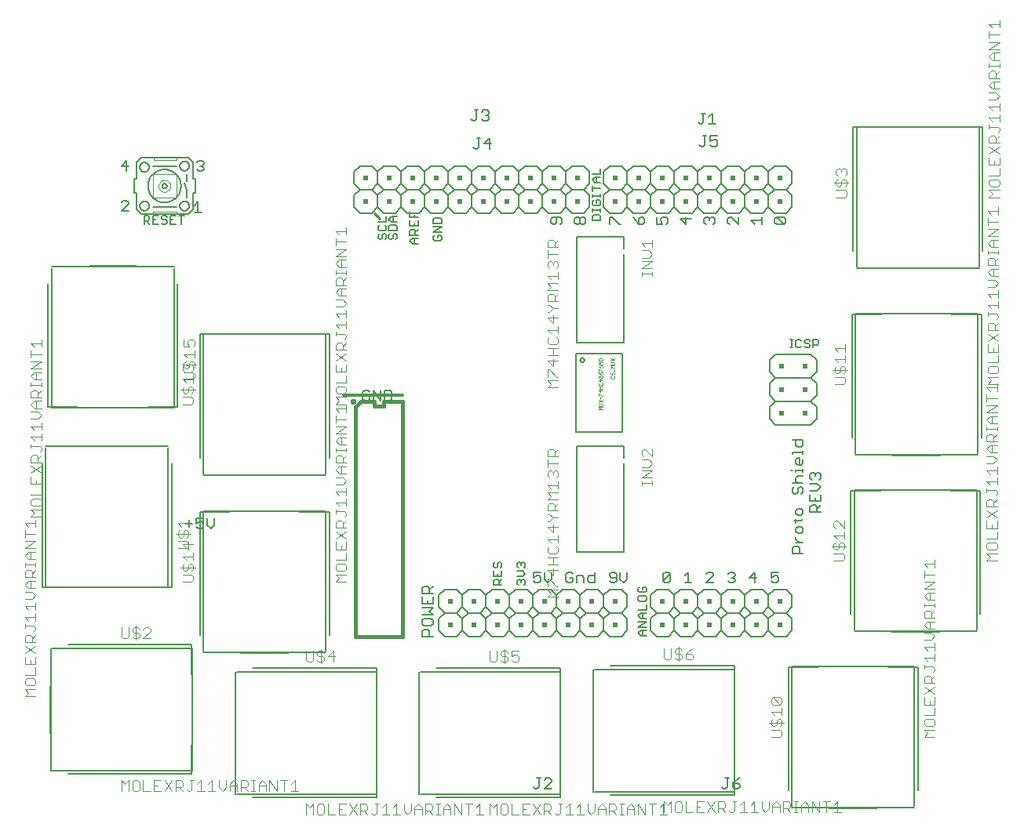
<source format=gto>
G75*
%MOIN*%
%OFA0B0*%
%FSLAX24Y24*%
%IPPOS*%
%LPD*%
%AMOC8*
5,1,8,0,0,1.08239X$1,22.5*
%
%ADD10C,0.0160*%
%ADD11C,0.0120*%
%ADD12C,0.0100*%
%ADD13C,0.0060*%
%ADD14C,0.0050*%
%ADD15C,0.0130*%
%ADD16R,0.0200X0.0200*%
%ADD17C,0.0020*%
%ADD18C,0.0080*%
%ADD19C,0.0010*%
%ADD20C,0.0040*%
D10*
X016936Y011530D02*
X018936Y011530D01*
X018936Y021530D01*
X018136Y021530D01*
X018136Y021330D01*
X017736Y021330D01*
X017736Y021530D01*
X017186Y021530D01*
X016936Y021280D01*
X016936Y011530D01*
D11*
X016936Y021780D02*
X016436Y021780D01*
X016986Y021780D02*
X018936Y021780D01*
D12*
X017986Y029280D02*
X017736Y029530D01*
D13*
X017636Y029530D02*
X017886Y029780D01*
X017886Y030280D01*
X017636Y030530D01*
X017136Y030530D01*
X016886Y030280D01*
X016886Y029780D01*
X017136Y029530D01*
X017636Y029530D01*
X017886Y029780D02*
X018136Y029530D01*
X018636Y029530D01*
X018886Y029780D01*
X018886Y030280D01*
X019136Y030530D01*
X019636Y030530D01*
X019886Y030280D01*
X020136Y030530D01*
X020636Y030530D01*
X020886Y030280D01*
X021136Y030530D01*
X021636Y030530D01*
X021886Y030280D01*
X022136Y030530D01*
X022636Y030530D01*
X022886Y030280D01*
X023136Y030530D01*
X023636Y030530D01*
X023886Y030280D01*
X024136Y030530D01*
X024636Y030530D01*
X024886Y030280D01*
X025136Y030530D01*
X025636Y030530D01*
X025886Y030280D01*
X026136Y030530D01*
X026636Y030530D01*
X026886Y030280D01*
X026886Y029780D01*
X026636Y029530D01*
X026136Y029530D01*
X025886Y029780D01*
X025636Y029530D01*
X025136Y029530D01*
X024886Y029780D01*
X024886Y030280D01*
X024636Y030530D02*
X024136Y030530D01*
X023886Y030780D01*
X023636Y030530D01*
X023136Y030530D01*
X022886Y030780D01*
X022636Y030530D01*
X022136Y030530D01*
X021886Y030780D01*
X021886Y031280D01*
X022136Y031530D01*
X022636Y031530D01*
X022886Y031280D01*
X023136Y031530D01*
X023636Y031530D01*
X023886Y031280D01*
X024136Y031530D01*
X024636Y031530D01*
X024886Y031280D01*
X025136Y031530D01*
X025636Y031530D01*
X025886Y031280D01*
X026136Y031530D01*
X026636Y031530D01*
X026886Y031280D01*
X026886Y030780D01*
X026636Y030530D01*
X026136Y030530D01*
X025886Y030780D01*
X025636Y030530D01*
X025136Y030530D01*
X024886Y030780D01*
X024886Y031280D01*
X024886Y030780D02*
X024636Y030530D01*
X023886Y030280D02*
X023886Y029780D01*
X023636Y029530D01*
X023136Y029530D01*
X022886Y029780D01*
X022636Y029530D01*
X022136Y029530D01*
X021886Y029780D01*
X021886Y030280D01*
X021636Y030530D02*
X021136Y030530D01*
X020886Y030780D01*
X020636Y030530D01*
X020136Y030530D01*
X019886Y030780D01*
X019636Y030530D01*
X019136Y030530D01*
X018886Y030780D01*
X018886Y031280D01*
X019136Y031530D01*
X019636Y031530D01*
X019886Y031280D01*
X020136Y031530D01*
X020636Y031530D01*
X020886Y031280D01*
X021136Y031530D01*
X021636Y031530D01*
X021886Y031280D01*
X021886Y030780D02*
X021636Y030530D01*
X020886Y030280D02*
X020886Y029780D01*
X020636Y029530D01*
X020136Y029530D01*
X019886Y029780D01*
X019636Y029530D01*
X019136Y029530D01*
X018886Y029780D01*
X018886Y030280D02*
X018636Y030530D01*
X018136Y030530D01*
X017886Y030280D01*
X017636Y030530D02*
X017886Y030780D01*
X017886Y031280D01*
X017636Y031530D01*
X017136Y031530D01*
X016886Y031280D01*
X016886Y030780D01*
X017136Y030530D01*
X017636Y030530D01*
X017886Y030780D02*
X018136Y030530D01*
X018636Y030530D01*
X018886Y030780D01*
X018886Y031280D02*
X018636Y031530D01*
X018136Y031530D01*
X017886Y031280D01*
X019886Y031280D02*
X019886Y030780D01*
X019886Y030280D02*
X019886Y029780D01*
X020886Y029780D02*
X021136Y029530D01*
X021636Y029530D01*
X021886Y029780D01*
X020886Y030780D02*
X020886Y031280D01*
X022886Y031280D02*
X022886Y030780D01*
X022886Y030280D02*
X022886Y029780D01*
X023886Y029780D02*
X024136Y029530D01*
X024636Y029530D01*
X024886Y029780D01*
X025339Y029354D02*
X025266Y029280D01*
X025266Y029133D01*
X025339Y029060D01*
X025413Y029060D01*
X025486Y029133D01*
X025486Y029354D01*
X025633Y029354D02*
X025339Y029354D01*
X025633Y029354D02*
X025706Y029280D01*
X025706Y029133D01*
X025633Y029060D01*
X026266Y029133D02*
X026266Y029280D01*
X026339Y029354D01*
X026413Y029354D01*
X026486Y029280D01*
X026486Y029133D01*
X026413Y029060D01*
X026339Y029060D01*
X026266Y029133D01*
X026486Y029133D02*
X026560Y029060D01*
X026633Y029060D01*
X026706Y029133D01*
X026706Y029280D01*
X026633Y029354D01*
X026560Y029354D01*
X026486Y029280D01*
X027016Y029227D02*
X027016Y029397D01*
X027073Y029454D01*
X027300Y029454D01*
X027356Y029397D01*
X027356Y029227D01*
X027016Y029227D01*
X027016Y029596D02*
X027016Y029709D01*
X027016Y029652D02*
X027356Y029652D01*
X027356Y029596D02*
X027356Y029709D01*
X027300Y029841D02*
X027356Y029898D01*
X027356Y030011D01*
X027300Y030068D01*
X027186Y030068D01*
X027186Y029955D01*
X027073Y030068D02*
X027016Y030011D01*
X027016Y029898D01*
X027073Y029841D01*
X027300Y029841D01*
X027486Y029780D02*
X027486Y030280D01*
X027736Y030530D01*
X028236Y030530D01*
X028486Y030280D01*
X028736Y030530D01*
X029236Y030530D01*
X029486Y030280D01*
X029736Y030530D01*
X030236Y030530D01*
X030486Y030280D01*
X030736Y030530D01*
X031236Y030530D01*
X031486Y030280D01*
X031736Y030530D01*
X032236Y030530D01*
X032486Y030280D01*
X032736Y030530D01*
X033236Y030530D01*
X033486Y030280D01*
X033736Y030530D01*
X034236Y030530D01*
X034486Y030280D01*
X034736Y030530D01*
X035236Y030530D01*
X035486Y030280D01*
X035486Y029780D01*
X035236Y029530D01*
X034736Y029530D01*
X034486Y029780D01*
X034236Y029530D01*
X033736Y029530D01*
X033486Y029780D01*
X033486Y030280D01*
X033236Y030530D02*
X032736Y030530D01*
X032486Y030780D01*
X032236Y030530D01*
X031736Y030530D01*
X031486Y030780D01*
X031236Y030530D01*
X030736Y030530D01*
X030486Y030780D01*
X030486Y031280D01*
X030736Y031530D01*
X031236Y031530D01*
X031486Y031280D01*
X031736Y031530D01*
X032236Y031530D01*
X032486Y031280D01*
X032736Y031530D01*
X033236Y031530D01*
X033486Y031280D01*
X033736Y031530D01*
X034236Y031530D01*
X034486Y031280D01*
X034736Y031530D01*
X035236Y031530D01*
X035486Y031280D01*
X035486Y030780D01*
X035236Y030530D01*
X034736Y030530D01*
X034486Y030780D01*
X034236Y030530D01*
X033736Y030530D01*
X033486Y030780D01*
X033486Y031280D01*
X033486Y030780D02*
X033236Y030530D01*
X032486Y030280D02*
X032486Y029780D01*
X032236Y029530D01*
X031736Y029530D01*
X031486Y029780D01*
X031236Y029530D01*
X030736Y029530D01*
X030486Y029780D01*
X030486Y030280D01*
X030236Y030530D02*
X029736Y030530D01*
X029486Y030780D01*
X029236Y030530D01*
X028736Y030530D01*
X028486Y030780D01*
X028236Y030530D01*
X027736Y030530D01*
X027486Y030780D01*
X027486Y031280D01*
X027736Y031530D01*
X028236Y031530D01*
X028486Y031280D01*
X028736Y031530D01*
X029236Y031530D01*
X029486Y031280D01*
X029736Y031530D01*
X030236Y031530D01*
X030486Y031280D01*
X030486Y030780D02*
X030236Y030530D01*
X029486Y030280D02*
X029486Y029780D01*
X029236Y029530D01*
X028736Y029530D01*
X028486Y029780D01*
X028236Y029530D01*
X027736Y029530D01*
X027486Y029780D01*
X027356Y030210D02*
X027356Y030323D01*
X027356Y030266D02*
X027016Y030266D01*
X027016Y030210D02*
X027016Y030323D01*
X027016Y030455D02*
X027016Y030682D01*
X027016Y030568D02*
X027356Y030568D01*
X027356Y030823D02*
X027129Y030823D01*
X027016Y030937D01*
X027129Y031050D01*
X027356Y031050D01*
X027356Y031192D02*
X027016Y031192D01*
X027186Y031050D02*
X027186Y030823D01*
X027356Y031192D02*
X027356Y031419D01*
X028486Y031280D02*
X028486Y030780D01*
X028486Y030280D02*
X028486Y029780D01*
X028766Y029354D02*
X028839Y029207D01*
X028986Y029060D01*
X028986Y029280D01*
X029060Y029354D01*
X029133Y029354D01*
X029206Y029280D01*
X029206Y029133D01*
X029133Y029060D01*
X028986Y029060D01*
X028206Y029060D02*
X028133Y029060D01*
X027839Y029354D01*
X027766Y029354D01*
X027766Y029060D01*
X029486Y029780D02*
X029736Y029530D01*
X030236Y029530D01*
X030486Y029780D01*
X030133Y029354D02*
X030206Y029280D01*
X030206Y029133D01*
X030133Y029060D01*
X029986Y029060D02*
X029913Y029207D01*
X029913Y029280D01*
X029986Y029354D01*
X030133Y029354D01*
X029986Y029060D02*
X029766Y029060D01*
X029766Y029354D01*
X030766Y029280D02*
X030986Y029060D01*
X030986Y029354D01*
X031206Y029280D02*
X030766Y029280D01*
X031486Y029780D02*
X031486Y030280D01*
X031486Y030780D02*
X031486Y031280D01*
X032486Y031280D02*
X032486Y030780D01*
X032486Y029780D02*
X032736Y029530D01*
X033236Y029530D01*
X033486Y029780D01*
X033206Y029354D02*
X033206Y029060D01*
X032913Y029354D01*
X032839Y029354D01*
X032766Y029280D01*
X032766Y029133D01*
X032839Y029060D01*
X032206Y029133D02*
X032206Y029280D01*
X032133Y029354D01*
X032060Y029354D01*
X031986Y029280D01*
X031986Y029207D01*
X031986Y029280D02*
X031913Y029354D01*
X031839Y029354D01*
X031766Y029280D01*
X031766Y029133D01*
X031839Y029060D01*
X032133Y029060D02*
X032206Y029133D01*
X033766Y029207D02*
X034206Y029207D01*
X034206Y029060D02*
X034206Y029354D01*
X033913Y029060D02*
X033766Y029207D01*
X034486Y029780D02*
X034486Y030280D01*
X034486Y030780D02*
X034486Y031280D01*
X034839Y029354D02*
X035133Y029060D01*
X035206Y029133D01*
X035206Y029280D01*
X035133Y029354D01*
X034839Y029354D01*
X034766Y029280D01*
X034766Y029133D01*
X034839Y029060D01*
X035133Y029060D01*
X029486Y030780D02*
X029486Y031280D01*
X025886Y031280D02*
X025886Y030780D01*
X025886Y030280D02*
X025886Y029780D01*
X023886Y030780D02*
X023886Y031280D01*
X034536Y023280D02*
X034536Y022780D01*
X034786Y022530D01*
X036286Y022530D01*
X036536Y022280D01*
X036536Y021780D01*
X036286Y021530D01*
X036536Y021280D01*
X036536Y020780D01*
X036286Y020530D01*
X034786Y020530D01*
X034536Y020780D01*
X034536Y021280D01*
X034786Y021530D01*
X036286Y021530D01*
X036286Y022530D02*
X036536Y022780D01*
X036536Y023280D01*
X036286Y023530D01*
X034786Y023530D01*
X034536Y023280D01*
X034786Y022530D02*
X034536Y022280D01*
X034536Y021780D01*
X034786Y021530D01*
X035516Y019881D02*
X035956Y019881D01*
X035956Y019661D01*
X035883Y019587D01*
X035736Y019587D01*
X035663Y019661D01*
X035663Y019881D01*
X035956Y019427D02*
X035956Y019280D01*
X035956Y019354D02*
X035516Y019354D01*
X035516Y019280D01*
X035736Y019113D02*
X035663Y019040D01*
X035663Y018893D01*
X035736Y018820D01*
X035883Y018820D01*
X035956Y018893D01*
X035956Y019040D01*
X035810Y019113D02*
X035810Y018820D01*
X035956Y018660D02*
X035956Y018513D01*
X035956Y018586D02*
X035663Y018586D01*
X035663Y018513D01*
X035516Y018586D02*
X035443Y018586D01*
X035736Y018346D02*
X035663Y018273D01*
X035663Y018126D01*
X035736Y018053D01*
X035810Y017886D02*
X035883Y017886D01*
X035956Y017812D01*
X035956Y017666D01*
X035883Y017592D01*
X035736Y017666D02*
X035736Y017812D01*
X035810Y017886D01*
X035589Y017886D02*
X035516Y017812D01*
X035516Y017666D01*
X035589Y017592D01*
X035663Y017592D01*
X035736Y017666D01*
X035516Y018053D02*
X035956Y018053D01*
X035956Y018346D02*
X035736Y018346D01*
X036266Y018411D02*
X036339Y018485D01*
X036413Y018485D01*
X036486Y018411D01*
X036560Y018485D01*
X036633Y018485D01*
X036706Y018411D01*
X036706Y018265D01*
X036633Y018191D01*
X036560Y018024D02*
X036266Y018024D01*
X036339Y018191D02*
X036266Y018265D01*
X036266Y018411D01*
X036486Y018411D02*
X036486Y018338D01*
X036560Y018024D02*
X036706Y017878D01*
X036560Y017731D01*
X036266Y017731D01*
X036266Y017564D02*
X036266Y017270D01*
X036706Y017270D01*
X036706Y017564D01*
X036486Y017417D02*
X036486Y017270D01*
X036486Y017104D02*
X036560Y017030D01*
X036560Y016810D01*
X036706Y016810D02*
X036266Y016810D01*
X036266Y017030D01*
X036339Y017104D01*
X036486Y017104D01*
X036560Y016957D02*
X036706Y017104D01*
X035956Y016892D02*
X035883Y016965D01*
X035736Y016965D01*
X035663Y016892D01*
X035663Y016745D01*
X035736Y016671D01*
X035883Y016671D01*
X035956Y016745D01*
X035956Y016892D01*
X035956Y016511D02*
X035883Y016438D01*
X035589Y016438D01*
X035663Y016511D02*
X035663Y016364D01*
X035736Y016198D02*
X035663Y016124D01*
X035663Y015977D01*
X035736Y015904D01*
X035883Y015904D01*
X035956Y015977D01*
X035956Y016124D01*
X035883Y016198D01*
X035736Y016198D01*
X035663Y015741D02*
X035663Y015667D01*
X035810Y015520D01*
X035956Y015520D02*
X035663Y015520D01*
X035589Y015354D02*
X035736Y015354D01*
X035810Y015280D01*
X035810Y015060D01*
X035956Y015060D02*
X035516Y015060D01*
X035516Y015280D01*
X035589Y015354D01*
X034914Y014250D02*
X034620Y014250D01*
X034620Y014030D01*
X034767Y014104D01*
X034840Y014104D01*
X034914Y014030D01*
X034914Y013883D01*
X034840Y013810D01*
X034694Y013810D01*
X034620Y013883D01*
X034736Y013530D02*
X034486Y013280D01*
X034486Y012780D01*
X034736Y012530D01*
X035236Y012530D01*
X035486Y012780D01*
X035486Y013280D01*
X035236Y013530D01*
X034736Y013530D01*
X034486Y013280D02*
X034236Y013530D01*
X033736Y013530D01*
X033486Y013280D01*
X033486Y012780D01*
X033736Y012530D01*
X034236Y012530D01*
X034486Y012780D01*
X034236Y012530D02*
X034486Y012280D01*
X034736Y012530D01*
X035236Y012530D01*
X035486Y012280D01*
X035486Y011780D01*
X035236Y011530D01*
X034736Y011530D01*
X034486Y011780D01*
X034236Y011530D01*
X033736Y011530D01*
X033486Y011780D01*
X033236Y011530D01*
X032736Y011530D01*
X032486Y011780D01*
X032236Y011530D01*
X031736Y011530D01*
X031486Y011780D01*
X031236Y011530D01*
X030736Y011530D01*
X030486Y011780D01*
X030236Y011530D01*
X029736Y011530D01*
X029486Y011780D01*
X029486Y012280D01*
X029736Y012530D01*
X030236Y012530D01*
X030486Y012780D01*
X030736Y012530D01*
X031236Y012530D01*
X031486Y012780D01*
X031486Y013280D01*
X031236Y013530D01*
X030736Y013530D01*
X030486Y013280D01*
X030486Y012780D01*
X030236Y012530D02*
X030486Y012280D01*
X030736Y012530D01*
X031236Y012530D01*
X031486Y012280D01*
X031486Y011780D01*
X031486Y012280D02*
X031736Y012530D01*
X031486Y012780D01*
X031736Y012530D02*
X032236Y012530D01*
X032486Y012780D01*
X032736Y012530D01*
X033236Y012530D01*
X033486Y012780D01*
X033236Y012530D02*
X033486Y012280D01*
X033736Y012530D01*
X034236Y012530D01*
X034486Y012280D02*
X034486Y011780D01*
X033486Y011780D02*
X033486Y012280D01*
X033236Y012530D02*
X032736Y012530D01*
X032486Y012280D01*
X032486Y011780D01*
X032486Y012280D02*
X032236Y012530D01*
X031736Y012530D01*
X031486Y013280D02*
X031736Y013530D01*
X032236Y013530D01*
X032486Y013280D01*
X032736Y013530D01*
X033236Y013530D01*
X033486Y013280D01*
X033920Y013810D02*
X033920Y014250D01*
X033699Y014030D01*
X033993Y014030D01*
X033072Y013957D02*
X033072Y013883D01*
X032999Y013810D01*
X032852Y013810D01*
X032779Y013883D01*
X032925Y014030D02*
X032999Y014030D01*
X033072Y013957D01*
X032999Y014030D02*
X033072Y014104D01*
X033072Y014177D01*
X032999Y014250D01*
X032852Y014250D01*
X032779Y014177D01*
X032151Y014177D02*
X032078Y014250D01*
X031931Y014250D01*
X031858Y014177D01*
X032151Y014177D02*
X032151Y014104D01*
X031858Y013810D01*
X032151Y013810D01*
X032486Y013280D02*
X032486Y012780D01*
X031231Y013810D02*
X030937Y013810D01*
X031084Y013810D02*
X031084Y014250D01*
X030937Y014104D01*
X030310Y014177D02*
X030016Y013883D01*
X030090Y013810D01*
X030236Y013810D01*
X030310Y013883D01*
X030310Y014177D01*
X030236Y014250D01*
X030090Y014250D01*
X030016Y014177D01*
X030016Y013883D01*
X030236Y013530D02*
X029736Y013530D01*
X029486Y013280D01*
X029486Y012780D01*
X029736Y012530D01*
X030236Y012530D01*
X030486Y012280D02*
X030486Y011780D01*
X029306Y011787D02*
X029079Y011787D01*
X028966Y011673D01*
X029079Y011560D01*
X029306Y011560D01*
X029136Y011560D02*
X029136Y011787D01*
X028966Y011928D02*
X029306Y012155D01*
X028966Y012155D01*
X029079Y012297D02*
X028966Y012410D01*
X029079Y012523D01*
X029306Y012523D01*
X029306Y012665D02*
X028966Y012665D01*
X029136Y012523D02*
X029136Y012297D01*
X029079Y012297D02*
X029306Y012297D01*
X029306Y012665D02*
X029306Y012892D01*
X029250Y013033D02*
X029023Y013033D01*
X028966Y013090D01*
X028966Y013203D01*
X029023Y013260D01*
X029250Y013260D01*
X029306Y013203D01*
X029306Y013090D01*
X029250Y013033D01*
X029250Y013402D02*
X029023Y013402D01*
X028966Y013458D01*
X028966Y013572D01*
X029023Y013628D01*
X029136Y013628D02*
X029136Y013515D01*
X029136Y013628D02*
X029250Y013628D01*
X029306Y013572D01*
X029306Y013458D01*
X029250Y013402D01*
X028486Y013280D02*
X028486Y012780D01*
X028236Y012530D01*
X027736Y012530D01*
X027486Y012780D01*
X027236Y012530D01*
X026736Y012530D01*
X026486Y012780D01*
X026236Y012530D01*
X025736Y012530D01*
X025486Y012780D01*
X025236Y012530D01*
X024736Y012530D01*
X024486Y012780D01*
X024236Y012530D01*
X023736Y012530D01*
X023486Y012780D01*
X023236Y012530D01*
X022736Y012530D01*
X022486Y012780D01*
X022236Y012530D01*
X021736Y012530D01*
X021486Y012780D01*
X021236Y012530D01*
X020736Y012530D01*
X020486Y012780D01*
X020486Y013280D01*
X020736Y013530D01*
X021236Y013530D01*
X021486Y013280D01*
X021736Y013530D01*
X022236Y013530D01*
X022486Y013280D01*
X022486Y012780D01*
X022236Y012530D02*
X022486Y012280D01*
X022486Y011780D01*
X022236Y011530D01*
X021736Y011530D01*
X021486Y011780D01*
X021236Y011530D01*
X020736Y011530D01*
X020486Y011780D01*
X020486Y012280D01*
X020736Y012530D01*
X021236Y012530D01*
X021486Y012280D01*
X021736Y012530D01*
X022236Y012530D01*
X022486Y012280D02*
X022736Y012530D01*
X023236Y012530D01*
X023486Y012280D01*
X023736Y012530D01*
X024236Y012530D01*
X024486Y012280D01*
X024736Y012530D01*
X025236Y012530D01*
X025486Y012280D01*
X025486Y011780D01*
X025236Y011530D01*
X024736Y011530D01*
X024486Y011780D01*
X024236Y011530D01*
X023736Y011530D01*
X023486Y011780D01*
X023236Y011530D01*
X022736Y011530D01*
X022486Y011780D01*
X021486Y011780D02*
X021486Y012280D01*
X021486Y012780D02*
X021486Y013280D01*
X022486Y013280D02*
X022736Y013530D01*
X023236Y013530D01*
X023486Y013280D01*
X023736Y013530D01*
X024236Y013530D01*
X024486Y013280D01*
X024736Y013530D01*
X025236Y013530D01*
X025486Y013280D01*
X025486Y012780D01*
X025736Y012530D02*
X025486Y012280D01*
X025736Y012530D02*
X026236Y012530D01*
X026486Y012280D01*
X026736Y012530D01*
X027236Y012530D01*
X027486Y012280D01*
X027736Y012530D01*
X028236Y012530D01*
X028486Y012280D01*
X028486Y011780D01*
X028236Y011530D01*
X027736Y011530D01*
X027486Y011780D01*
X027236Y011530D01*
X026736Y011530D01*
X026486Y011780D01*
X026236Y011530D01*
X025736Y011530D01*
X025486Y011780D01*
X024486Y011780D02*
X024486Y012280D01*
X024486Y012780D02*
X024486Y013280D01*
X024590Y013810D02*
X024516Y013883D01*
X024590Y013810D02*
X024736Y013810D01*
X024810Y013883D01*
X024810Y014030D01*
X024736Y014104D01*
X024663Y014104D01*
X024516Y014030D01*
X024516Y014250D01*
X024810Y014250D01*
X024977Y014250D02*
X024977Y013957D01*
X025123Y013810D01*
X025270Y013957D01*
X025270Y014250D01*
X025897Y014177D02*
X025897Y013883D01*
X025971Y013810D01*
X026118Y013810D01*
X026191Y013883D01*
X026191Y014030D01*
X026044Y014030D01*
X025897Y014177D02*
X025971Y014250D01*
X026118Y014250D01*
X026191Y014177D01*
X026358Y014104D02*
X026578Y014104D01*
X026651Y014030D01*
X026651Y013810D01*
X026818Y013883D02*
X026818Y014030D01*
X026892Y014104D01*
X027112Y014104D01*
X027112Y014250D02*
X027112Y013810D01*
X026892Y013810D01*
X026818Y013883D01*
X026736Y013530D02*
X026486Y013280D01*
X026486Y012780D01*
X026486Y012280D02*
X026486Y011780D01*
X027486Y011780D02*
X027486Y012280D01*
X027486Y012780D02*
X027486Y013280D01*
X027736Y013530D01*
X028236Y013530D01*
X028486Y013280D01*
X028346Y013810D02*
X028493Y013957D01*
X028493Y014250D01*
X028199Y014250D02*
X028199Y013957D01*
X028346Y013810D01*
X028033Y013883D02*
X028033Y014177D01*
X027959Y014250D01*
X027812Y014250D01*
X027739Y014177D01*
X027739Y014104D01*
X027812Y014030D01*
X028033Y014030D01*
X028033Y013883D02*
X027959Y013810D01*
X027812Y013810D01*
X027739Y013883D01*
X027236Y013530D02*
X027486Y013280D01*
X027236Y013530D02*
X026736Y013530D01*
X026486Y013280D02*
X026236Y013530D01*
X025736Y013530D01*
X025486Y013280D01*
X026358Y013810D02*
X026358Y014104D01*
X023486Y013280D02*
X023486Y012780D01*
X023486Y012280D02*
X023486Y011780D01*
X028966Y011928D02*
X029306Y011928D01*
X030486Y013280D02*
X030236Y013530D01*
X035736Y019113D02*
X035810Y019113D01*
X035832Y023810D02*
X035889Y023867D01*
X035832Y023810D02*
X035719Y023810D01*
X035662Y023867D01*
X035662Y024094D01*
X035719Y024150D01*
X035832Y024150D01*
X035889Y024094D01*
X036030Y024094D02*
X036030Y024037D01*
X036087Y023980D01*
X036200Y023980D01*
X036257Y023923D01*
X036257Y023867D01*
X036200Y023810D01*
X036087Y023810D01*
X036030Y023867D01*
X036030Y024094D02*
X036087Y024150D01*
X036200Y024150D01*
X036257Y024094D01*
X036398Y024150D02*
X036569Y024150D01*
X036625Y024094D01*
X036625Y023980D01*
X036569Y023923D01*
X036398Y023923D01*
X036398Y023810D02*
X036398Y024150D01*
X035530Y024150D02*
X035416Y024150D01*
X035473Y024150D02*
X035473Y023810D01*
X035416Y023810D02*
X035530Y023810D01*
X018481Y021927D02*
X018481Y021633D01*
X018407Y021560D01*
X018187Y021560D01*
X018187Y022000D01*
X018407Y022000D01*
X018481Y021927D01*
X018020Y022000D02*
X018020Y021560D01*
X017727Y022000D01*
X017727Y021560D01*
X017560Y021633D02*
X017560Y021780D01*
X017413Y021780D01*
X017266Y021927D02*
X017266Y021633D01*
X017340Y021560D01*
X017486Y021560D01*
X017560Y021633D01*
X017560Y021927D02*
X017486Y022000D01*
X017340Y022000D01*
X017266Y021927D01*
X010949Y016550D02*
X010949Y016257D01*
X010803Y016110D01*
X010656Y016257D01*
X010656Y016550D01*
X010489Y016550D02*
X010196Y016550D01*
X010196Y016330D01*
X010342Y016404D01*
X010416Y016404D01*
X010489Y016330D01*
X010489Y016183D01*
X010416Y016110D01*
X010269Y016110D01*
X010196Y016183D01*
X010029Y016330D02*
X009735Y016330D01*
X009882Y016477D02*
X009882Y016183D01*
X009559Y029065D02*
X009559Y029405D01*
X009672Y029405D02*
X009445Y029405D01*
X009336Y029480D02*
X009686Y029480D01*
X009836Y029480D01*
X010036Y029680D01*
X010036Y030280D01*
X010036Y030380D01*
X010136Y030380D01*
X010136Y030980D01*
X010036Y030980D01*
X010036Y031080D01*
X010036Y031680D01*
X009836Y031880D01*
X009686Y031880D01*
X009336Y031880D01*
X008386Y031880D01*
X007986Y031880D01*
X007836Y031880D01*
X007636Y031680D01*
X007636Y031080D01*
X007636Y030980D01*
X007536Y030980D01*
X007536Y030380D01*
X007636Y030380D01*
X007636Y030280D01*
X007636Y029680D01*
X007836Y029480D01*
X007986Y029480D01*
X008336Y029480D01*
X009336Y029480D01*
X009304Y029405D02*
X009077Y029405D01*
X009077Y029065D01*
X009304Y029065D01*
X009190Y029235D02*
X009077Y029235D01*
X008935Y029178D02*
X008935Y029122D01*
X008879Y029065D01*
X008765Y029065D01*
X008709Y029122D01*
X008765Y029235D02*
X008879Y029235D01*
X008935Y029178D01*
X008935Y029349D02*
X008879Y029405D01*
X008765Y029405D01*
X008709Y029349D01*
X008709Y029292D01*
X008765Y029235D01*
X008567Y029065D02*
X008340Y029065D01*
X008340Y029405D01*
X008567Y029405D01*
X008454Y029235D02*
X008340Y029235D01*
X008199Y029235D02*
X008142Y029178D01*
X007972Y029178D01*
X007972Y029065D02*
X007972Y029405D01*
X008142Y029405D01*
X008199Y029349D01*
X008199Y029235D01*
X008085Y029178D02*
X008199Y029065D01*
X008336Y029780D02*
X009336Y029780D01*
X009486Y029830D02*
X009488Y029858D01*
X009494Y029885D01*
X009503Y029911D01*
X009516Y029936D01*
X009533Y029959D01*
X009552Y029979D01*
X009574Y029996D01*
X009598Y030010D01*
X009624Y030020D01*
X009651Y030027D01*
X009679Y030030D01*
X009707Y030029D01*
X009734Y030024D01*
X009761Y030015D01*
X009786Y030003D01*
X009809Y029988D01*
X009830Y029969D01*
X009848Y029948D01*
X009863Y029924D01*
X009874Y029898D01*
X009882Y029872D01*
X009886Y029844D01*
X009886Y029816D01*
X009882Y029788D01*
X009874Y029762D01*
X009863Y029736D01*
X009848Y029712D01*
X009830Y029691D01*
X009809Y029672D01*
X009786Y029657D01*
X009761Y029645D01*
X009734Y029636D01*
X009707Y029631D01*
X009679Y029630D01*
X009651Y029633D01*
X009624Y029640D01*
X009598Y029650D01*
X009574Y029664D01*
X009552Y029681D01*
X009533Y029701D01*
X009516Y029724D01*
X009503Y029749D01*
X009494Y029775D01*
X009488Y029802D01*
X009486Y029830D01*
X009786Y030180D02*
X009786Y030480D01*
X009686Y030830D01*
X009786Y030880D02*
X009786Y031180D01*
X009486Y031530D02*
X009488Y031558D01*
X009494Y031585D01*
X009503Y031611D01*
X009516Y031636D01*
X009533Y031659D01*
X009552Y031679D01*
X009574Y031696D01*
X009598Y031710D01*
X009624Y031720D01*
X009651Y031727D01*
X009679Y031730D01*
X009707Y031729D01*
X009734Y031724D01*
X009761Y031715D01*
X009786Y031703D01*
X009809Y031688D01*
X009830Y031669D01*
X009848Y031648D01*
X009863Y031624D01*
X009874Y031598D01*
X009882Y031572D01*
X009886Y031544D01*
X009886Y031516D01*
X009882Y031488D01*
X009874Y031462D01*
X009863Y031436D01*
X009848Y031412D01*
X009830Y031391D01*
X009809Y031372D01*
X009786Y031357D01*
X009761Y031345D01*
X009734Y031336D01*
X009707Y031331D01*
X009679Y031330D01*
X009651Y031333D01*
X009624Y031340D01*
X009598Y031350D01*
X009574Y031364D01*
X009552Y031381D01*
X009533Y031401D01*
X009516Y031424D01*
X009503Y031449D01*
X009494Y031475D01*
X009488Y031502D01*
X009486Y031530D01*
X009336Y031530D02*
X008336Y031530D01*
X007786Y031480D02*
X007788Y031508D01*
X007794Y031535D01*
X007803Y031561D01*
X007816Y031586D01*
X007833Y031609D01*
X007852Y031629D01*
X007874Y031646D01*
X007898Y031660D01*
X007924Y031670D01*
X007951Y031677D01*
X007979Y031680D01*
X008007Y031679D01*
X008034Y031674D01*
X008061Y031665D01*
X008086Y031653D01*
X008109Y031638D01*
X008130Y031619D01*
X008148Y031598D01*
X008163Y031574D01*
X008174Y031548D01*
X008182Y031522D01*
X008186Y031494D01*
X008186Y031466D01*
X008182Y031438D01*
X008174Y031412D01*
X008163Y031386D01*
X008148Y031362D01*
X008130Y031341D01*
X008109Y031322D01*
X008086Y031307D01*
X008061Y031295D01*
X008034Y031286D01*
X008007Y031281D01*
X007979Y031280D01*
X007951Y031283D01*
X007924Y031290D01*
X007898Y031300D01*
X007874Y031314D01*
X007852Y031331D01*
X007833Y031351D01*
X007816Y031374D01*
X007803Y031399D01*
X007794Y031425D01*
X007788Y031452D01*
X007786Y031480D01*
X008736Y030680D02*
X008738Y030700D01*
X008744Y030718D01*
X008753Y030736D01*
X008765Y030751D01*
X008780Y030763D01*
X008798Y030772D01*
X008816Y030778D01*
X008836Y030780D01*
X008856Y030778D01*
X008874Y030772D01*
X008892Y030763D01*
X008907Y030751D01*
X008919Y030736D01*
X008928Y030718D01*
X008934Y030700D01*
X008936Y030680D01*
X008934Y030660D01*
X008928Y030642D01*
X008919Y030624D01*
X008907Y030609D01*
X008892Y030597D01*
X008874Y030588D01*
X008856Y030582D01*
X008836Y030580D01*
X008816Y030582D01*
X008798Y030588D01*
X008780Y030597D01*
X008765Y030609D01*
X008753Y030624D01*
X008744Y030642D01*
X008738Y030660D01*
X008736Y030680D01*
X008136Y030680D02*
X008138Y030732D01*
X008144Y030784D01*
X008154Y030836D01*
X008167Y030886D01*
X008184Y030936D01*
X008205Y030984D01*
X008230Y031030D01*
X008258Y031074D01*
X008289Y031116D01*
X008323Y031156D01*
X008360Y031193D01*
X008400Y031227D01*
X008442Y031258D01*
X008486Y031286D01*
X008532Y031311D01*
X008580Y031332D01*
X008630Y031349D01*
X008680Y031362D01*
X008732Y031372D01*
X008784Y031378D01*
X008836Y031380D01*
X008888Y031378D01*
X008940Y031372D01*
X008992Y031362D01*
X009042Y031349D01*
X009092Y031332D01*
X009140Y031311D01*
X009186Y031286D01*
X009230Y031258D01*
X009272Y031227D01*
X009312Y031193D01*
X009349Y031156D01*
X009383Y031116D01*
X009414Y031074D01*
X009442Y031030D01*
X009467Y030984D01*
X009488Y030936D01*
X009505Y030886D01*
X009518Y030836D01*
X009528Y030784D01*
X009534Y030732D01*
X009536Y030680D01*
X009534Y030628D01*
X009528Y030576D01*
X009518Y030524D01*
X009505Y030474D01*
X009488Y030424D01*
X009467Y030376D01*
X009442Y030330D01*
X009414Y030286D01*
X009383Y030244D01*
X009349Y030204D01*
X009312Y030167D01*
X009272Y030133D01*
X009230Y030102D01*
X009186Y030074D01*
X009140Y030049D01*
X009092Y030028D01*
X009042Y030011D01*
X008992Y029998D01*
X008940Y029988D01*
X008888Y029982D01*
X008836Y029980D01*
X008784Y029982D01*
X008732Y029988D01*
X008680Y029998D01*
X008630Y030011D01*
X008580Y030028D01*
X008532Y030049D01*
X008486Y030074D01*
X008442Y030102D01*
X008400Y030133D01*
X008360Y030167D01*
X008323Y030204D01*
X008289Y030244D01*
X008258Y030286D01*
X008230Y030330D01*
X008205Y030376D01*
X008184Y030424D01*
X008167Y030474D01*
X008154Y030524D01*
X008144Y030576D01*
X008138Y030628D01*
X008136Y030680D01*
X007786Y029830D02*
X007788Y029858D01*
X007794Y029885D01*
X007803Y029911D01*
X007816Y029936D01*
X007833Y029959D01*
X007852Y029979D01*
X007874Y029996D01*
X007898Y030010D01*
X007924Y030020D01*
X007951Y030027D01*
X007979Y030030D01*
X008007Y030029D01*
X008034Y030024D01*
X008061Y030015D01*
X008086Y030003D01*
X008109Y029988D01*
X008130Y029969D01*
X008148Y029948D01*
X008163Y029924D01*
X008174Y029898D01*
X008182Y029872D01*
X008186Y029844D01*
X008186Y029816D01*
X008182Y029788D01*
X008174Y029762D01*
X008163Y029736D01*
X008148Y029712D01*
X008130Y029691D01*
X008109Y029672D01*
X008086Y029657D01*
X008061Y029645D01*
X008034Y029636D01*
X008007Y029631D01*
X007979Y029630D01*
X007951Y029633D01*
X007924Y029640D01*
X007898Y029650D01*
X007874Y029664D01*
X007852Y029681D01*
X007833Y029701D01*
X007816Y029724D01*
X007803Y029749D01*
X007794Y029775D01*
X007788Y029802D01*
X007786Y029830D01*
D14*
X009986Y005680D02*
X004736Y005680D01*
X004065Y005830D02*
X010002Y005830D01*
X010002Y011030D01*
X004065Y011030D01*
X004002Y011030D02*
X004002Y005830D01*
X003986Y007430D02*
X003986Y009430D01*
X004736Y011180D02*
X009986Y011180D01*
X009986Y009930D01*
X010486Y010846D02*
X015687Y010846D01*
X015687Y010909D02*
X015687Y016846D01*
X010486Y016846D01*
X010486Y010909D01*
X010336Y011580D02*
X010336Y016830D01*
X011586Y016830D01*
X012086Y018380D02*
X014086Y018380D01*
X015687Y018396D02*
X010486Y018396D01*
X010486Y018459D02*
X010486Y024396D01*
X015687Y024396D01*
X015687Y018459D01*
X015836Y019130D02*
X015836Y024380D01*
X014586Y024380D01*
X011586Y024380D02*
X010336Y024380D01*
X010336Y019130D01*
X009136Y018880D02*
X009136Y013630D01*
X007886Y013630D01*
X008987Y013614D02*
X008987Y019551D01*
X008987Y019614D02*
X003786Y019614D01*
X003786Y019551D02*
X003786Y013614D01*
X008987Y013614D01*
X012086Y010830D02*
X014086Y010830D01*
X012586Y010180D02*
X017836Y010180D01*
X017836Y008930D01*
X017852Y010030D02*
X011915Y010030D01*
X011852Y010030D02*
X011852Y004830D01*
X011915Y004830D02*
X017852Y004830D01*
X017852Y010030D01*
X019652Y010030D02*
X019652Y004830D01*
X019715Y004830D02*
X025652Y004830D01*
X025652Y010030D01*
X019715Y010030D01*
X020386Y010180D02*
X025636Y010180D01*
X025636Y008930D01*
X027036Y008530D02*
X027036Y006530D01*
X025636Y005930D02*
X025636Y004680D01*
X020386Y004680D01*
X019636Y006430D02*
X019636Y008430D01*
X017836Y005930D02*
X017836Y004680D01*
X012586Y004680D01*
X011836Y006430D02*
X011836Y008430D01*
X009986Y006930D02*
X009986Y005680D01*
X015836Y011580D02*
X015836Y016830D01*
X014586Y016830D01*
X019791Y013592D02*
X019866Y013667D01*
X020016Y013667D01*
X020091Y013592D01*
X020091Y013367D01*
X020091Y013517D02*
X020241Y013667D01*
X020241Y013367D02*
X019791Y013367D01*
X019791Y013592D01*
X019791Y013206D02*
X019791Y012906D01*
X020241Y012906D01*
X020241Y013206D01*
X020016Y013056D02*
X020016Y012906D01*
X020241Y012746D02*
X019791Y012746D01*
X019791Y012446D02*
X020241Y012446D01*
X020091Y012596D01*
X020241Y012746D01*
X020166Y012286D02*
X019866Y012286D01*
X019791Y012211D01*
X019791Y012060D01*
X019866Y011985D01*
X020166Y011985D01*
X020241Y012060D01*
X020241Y012211D01*
X020166Y012286D01*
X020016Y011825D02*
X019866Y011825D01*
X019791Y011750D01*
X019791Y011525D01*
X020241Y011525D01*
X020091Y011525D02*
X020091Y011750D01*
X020016Y011825D01*
X022811Y013705D02*
X022811Y013880D01*
X022869Y013939D01*
X022986Y013939D01*
X023045Y013880D01*
X023045Y013705D01*
X023161Y013705D02*
X022811Y013705D01*
X023045Y013822D02*
X023161Y013939D01*
X023161Y014073D02*
X022811Y014073D01*
X022811Y014307D01*
X022869Y014442D02*
X022811Y014500D01*
X022811Y014617D01*
X022869Y014675D01*
X022986Y014617D02*
X023045Y014675D01*
X023103Y014675D01*
X023161Y014617D01*
X023161Y014500D01*
X023103Y014442D01*
X022986Y014500D02*
X022928Y014442D01*
X022869Y014442D01*
X022986Y014500D02*
X022986Y014617D01*
X023161Y014307D02*
X023161Y014073D01*
X022986Y014073D02*
X022986Y014190D01*
X023811Y014073D02*
X024045Y014073D01*
X024161Y014190D01*
X024045Y014307D01*
X023811Y014307D01*
X023869Y014442D02*
X023811Y014500D01*
X023811Y014617D01*
X023869Y014675D01*
X023928Y014675D01*
X023986Y014617D01*
X024045Y014675D01*
X024103Y014675D01*
X024161Y014617D01*
X024161Y014500D01*
X024103Y014442D01*
X023986Y014558D02*
X023986Y014617D01*
X023928Y013939D02*
X023986Y013880D01*
X024045Y013939D01*
X024103Y013939D01*
X024161Y013880D01*
X024161Y013763D01*
X024103Y013705D01*
X023986Y013822D02*
X023986Y013880D01*
X023928Y013939D02*
X023869Y013939D01*
X023811Y013880D01*
X023811Y013763D01*
X023869Y013705D01*
X026336Y015130D02*
X026336Y015380D01*
X026336Y015130D02*
X028336Y015130D01*
X028336Y015380D01*
X028336Y015130D02*
X028336Y018880D01*
X028336Y019130D02*
X028336Y019630D01*
X028336Y019380D01*
X028336Y019630D02*
X026336Y019630D01*
X026336Y019380D01*
X026336Y019630D02*
X026336Y015130D01*
X028336Y015130D01*
X028336Y019630D02*
X026336Y019630D01*
X026336Y024030D02*
X026336Y024280D01*
X026336Y024030D02*
X028336Y024030D01*
X028336Y024280D01*
X028336Y024030D02*
X028336Y027780D01*
X028336Y028030D02*
X028336Y028530D01*
X028336Y028280D01*
X028336Y028530D02*
X026336Y028530D01*
X026336Y028280D01*
X026336Y028530D02*
X026336Y024030D01*
X028336Y024030D01*
X028336Y028530D02*
X026336Y028530D01*
X022647Y032255D02*
X022647Y032705D01*
X022422Y032480D01*
X022722Y032480D01*
X022262Y032705D02*
X022111Y032705D01*
X022186Y032705D02*
X022186Y032330D01*
X022111Y032255D01*
X022036Y032255D01*
X021961Y032330D01*
X021936Y033455D02*
X022011Y033455D01*
X022086Y033530D01*
X022086Y033905D01*
X022011Y033905D02*
X022162Y033905D01*
X022322Y033830D02*
X022397Y033905D01*
X022547Y033905D01*
X022622Y033830D01*
X022622Y033755D01*
X022547Y033680D01*
X022622Y033605D01*
X022622Y033530D01*
X022547Y033455D01*
X022397Y033455D01*
X022322Y033530D01*
X022472Y033680D02*
X022547Y033680D01*
X021936Y033455D02*
X021861Y033530D01*
X020553Y029325D02*
X020319Y029325D01*
X020261Y029267D01*
X020261Y029092D01*
X020611Y029092D01*
X020611Y029267D01*
X020553Y029325D01*
X020611Y028957D02*
X020261Y028957D01*
X020261Y028723D02*
X020611Y028957D01*
X020611Y028723D02*
X020261Y028723D01*
X020319Y028589D02*
X020261Y028530D01*
X020261Y028413D01*
X020319Y028355D01*
X020553Y028355D01*
X020611Y028413D01*
X020611Y028530D01*
X020553Y028589D01*
X020436Y028589D01*
X020436Y028472D01*
X019611Y028465D02*
X019378Y028465D01*
X019261Y028349D01*
X019378Y028232D01*
X019611Y028232D01*
X019436Y028232D02*
X019436Y028465D01*
X019495Y028600D02*
X019495Y028775D01*
X019436Y028834D01*
X019319Y028834D01*
X019261Y028775D01*
X019261Y028600D01*
X019611Y028600D01*
X019495Y028717D02*
X019611Y028834D01*
X019611Y028968D02*
X019261Y028968D01*
X019261Y029202D01*
X019261Y029337D02*
X019261Y029570D01*
X019436Y029453D02*
X019436Y029337D01*
X019611Y029337D02*
X019261Y029337D01*
X019436Y029085D02*
X019436Y028968D01*
X019611Y028968D02*
X019611Y029202D01*
X018711Y029142D02*
X018478Y029142D01*
X018361Y029258D01*
X018478Y029375D01*
X018711Y029375D01*
X018536Y029375D02*
X018536Y029142D01*
X018419Y029007D02*
X018361Y028948D01*
X018361Y028773D01*
X018711Y028773D01*
X018711Y028948D01*
X018653Y029007D01*
X018419Y029007D01*
X018261Y028948D02*
X018203Y029007D01*
X018261Y028948D02*
X018261Y028832D01*
X018203Y028773D01*
X017969Y028773D01*
X017911Y028832D01*
X017911Y028948D01*
X017969Y029007D01*
X017911Y029142D02*
X018261Y029142D01*
X018261Y029375D01*
X018203Y028639D02*
X018261Y028580D01*
X018261Y028463D01*
X018203Y028405D01*
X018086Y028463D02*
X018086Y028580D01*
X018145Y028639D01*
X018203Y028639D01*
X018361Y028580D02*
X018361Y028463D01*
X018419Y028405D01*
X018478Y028405D01*
X018536Y028463D01*
X018536Y028580D01*
X018595Y028639D01*
X018653Y028639D01*
X018711Y028580D01*
X018711Y028463D01*
X018653Y028405D01*
X018419Y028639D02*
X018361Y028580D01*
X018086Y028463D02*
X018028Y028405D01*
X017969Y028405D01*
X017911Y028463D01*
X017911Y028580D01*
X017969Y028639D01*
X010501Y031380D02*
X010426Y031305D01*
X010276Y031305D01*
X010201Y031380D01*
X010351Y031530D02*
X010426Y031530D01*
X010501Y031455D01*
X010501Y031380D01*
X010426Y031530D02*
X010501Y031605D01*
X010501Y031680D01*
X010426Y031755D01*
X010276Y031755D01*
X010201Y031680D01*
X010251Y030005D02*
X010251Y029555D01*
X010101Y029555D02*
X010401Y029555D01*
X010101Y029855D02*
X010251Y030005D01*
X007301Y029980D02*
X007226Y030055D01*
X007076Y030055D01*
X007001Y029980D01*
X007301Y029980D02*
X007301Y029905D01*
X007001Y029605D01*
X007301Y029605D01*
X007226Y031305D02*
X007226Y031755D01*
X007001Y031530D01*
X007301Y031530D01*
X007636Y027280D02*
X005636Y027280D01*
X004036Y027264D02*
X009237Y027264D01*
X009237Y027201D02*
X009237Y021264D01*
X004036Y021264D01*
X004036Y027201D01*
X003886Y026530D02*
X003886Y021280D01*
X005136Y021280D01*
X005386Y019630D02*
X007386Y019630D01*
X008136Y021280D02*
X009386Y021280D01*
X009386Y026530D01*
X003636Y018880D02*
X003636Y013630D01*
X004886Y013630D01*
X024661Y005505D02*
X024812Y005505D01*
X024736Y005505D02*
X024736Y005130D01*
X024661Y005055D01*
X024586Y005055D01*
X024511Y005130D01*
X024972Y005055D02*
X025272Y005355D01*
X025272Y005430D01*
X025197Y005505D01*
X025047Y005505D01*
X024972Y005430D01*
X024972Y005055D02*
X025272Y005055D01*
X027052Y004930D02*
X027052Y010130D01*
X027115Y010130D02*
X033052Y010130D01*
X033052Y004930D01*
X027115Y004930D01*
X027786Y004780D02*
X033036Y004780D01*
X033036Y006030D01*
X032812Y005505D02*
X032661Y005505D01*
X032736Y005505D02*
X032736Y005130D01*
X032661Y005055D01*
X032586Y005055D01*
X032511Y005130D01*
X032972Y005130D02*
X033047Y005055D01*
X033197Y005055D01*
X033272Y005130D01*
X033272Y005205D01*
X033197Y005280D01*
X032972Y005280D01*
X032972Y005130D01*
X032972Y005280D02*
X033122Y005430D01*
X033272Y005505D01*
X035336Y004980D02*
X035336Y010230D01*
X036586Y010230D01*
X035486Y010246D02*
X035486Y004309D01*
X035486Y004246D02*
X040687Y004246D01*
X040687Y004309D02*
X040687Y010246D01*
X035486Y010246D01*
X033036Y010280D02*
X033036Y009030D01*
X033036Y010280D02*
X027786Y010280D01*
X037086Y004230D02*
X039086Y004230D01*
X040836Y004980D02*
X040836Y010230D01*
X039586Y010230D01*
X039736Y011730D02*
X041736Y011730D01*
X043337Y011746D02*
X038136Y011746D01*
X038136Y011809D02*
X038136Y017746D01*
X043337Y017746D01*
X043337Y011809D01*
X043486Y012480D02*
X043486Y017730D01*
X042236Y017730D01*
X041786Y019230D02*
X039786Y019230D01*
X038186Y019246D02*
X043387Y019246D01*
X043387Y019309D02*
X043387Y025246D01*
X038186Y025246D01*
X038186Y019309D01*
X038036Y019980D02*
X038036Y025230D01*
X039286Y025230D01*
X039836Y027180D02*
X041836Y027180D01*
X043437Y027196D02*
X038236Y027196D01*
X038236Y027259D02*
X038236Y033196D01*
X043437Y033196D01*
X043437Y027259D01*
X043586Y027930D02*
X043586Y033180D01*
X042336Y033180D01*
X039336Y033180D02*
X038086Y033180D01*
X038086Y027930D01*
X042286Y025230D02*
X043536Y025230D01*
X043536Y019980D01*
X039236Y017730D02*
X037986Y017730D01*
X037986Y012480D01*
X032247Y032355D02*
X032097Y032355D01*
X032022Y032430D01*
X032022Y032580D02*
X032172Y032655D01*
X032247Y032655D01*
X032322Y032580D01*
X032322Y032430D01*
X032247Y032355D01*
X032022Y032580D02*
X032022Y032805D01*
X032322Y032805D01*
X031862Y032805D02*
X031711Y032805D01*
X031786Y032805D02*
X031786Y032430D01*
X031711Y032355D01*
X031636Y032355D01*
X031561Y032430D01*
X031576Y033313D02*
X031651Y033313D01*
X031726Y033388D01*
X031726Y033764D01*
X031651Y033764D02*
X031802Y033764D01*
X031962Y033614D02*
X032112Y033764D01*
X032112Y033313D01*
X031962Y033313D02*
X032262Y033313D01*
X031576Y033313D02*
X031501Y033388D01*
D15*
X016923Y021567D02*
X016923Y021445D01*
X016801Y021445D01*
X016801Y021567D01*
X016923Y021567D01*
D16*
X017386Y030030D03*
X018386Y030030D03*
X019386Y030030D03*
X020386Y030030D03*
X021386Y030030D03*
X021386Y031030D03*
X020386Y031030D03*
X019386Y031030D03*
X018386Y031030D03*
X017386Y031030D03*
X022386Y031030D03*
X023386Y031030D03*
X024386Y031030D03*
X025386Y031030D03*
X026386Y031030D03*
X026386Y030030D03*
X025386Y030030D03*
X024386Y030030D03*
X023386Y030030D03*
X022386Y030030D03*
X027986Y030030D03*
X028986Y030030D03*
X029986Y030030D03*
X029986Y031030D03*
X028986Y031030D03*
X027986Y031030D03*
X030986Y031030D03*
X031986Y031030D03*
X032986Y031030D03*
X033986Y031030D03*
X034986Y031030D03*
X034986Y030030D03*
X033986Y030030D03*
X032986Y030030D03*
X031986Y030030D03*
X030986Y030030D03*
X035036Y023030D03*
X036036Y023030D03*
X036036Y022030D03*
X035036Y022030D03*
X035036Y021030D03*
X036036Y021030D03*
X034986Y013030D03*
X033986Y013030D03*
X032986Y013030D03*
X031986Y013030D03*
X030986Y013030D03*
X029986Y013030D03*
X029986Y012030D03*
X030986Y012030D03*
X031986Y012030D03*
X032986Y012030D03*
X033986Y012030D03*
X034986Y012030D03*
X027986Y012030D03*
X026986Y012030D03*
X025986Y012030D03*
X024986Y012030D03*
X023986Y012030D03*
X022986Y012030D03*
X021986Y012030D03*
X020986Y012030D03*
X020986Y013030D03*
X021986Y013030D03*
X022986Y013030D03*
X023986Y013030D03*
X024986Y013030D03*
X025986Y013030D03*
X026986Y013030D03*
X027986Y013030D03*
D17*
X009336Y029480D02*
X009336Y029580D01*
X008336Y029580D01*
X008336Y029480D01*
X008336Y030180D02*
X009336Y030180D01*
X009336Y031180D01*
X008336Y031180D01*
X008336Y030180D01*
X008586Y030680D02*
X008588Y030711D01*
X008594Y030742D01*
X008604Y030772D01*
X008617Y030800D01*
X008634Y030827D01*
X008654Y030851D01*
X008677Y030873D01*
X008702Y030891D01*
X008730Y030906D01*
X008759Y030918D01*
X008789Y030926D01*
X008820Y030930D01*
X008852Y030930D01*
X008883Y030926D01*
X008913Y030918D01*
X008942Y030906D01*
X008970Y030891D01*
X008995Y030873D01*
X009018Y030851D01*
X009038Y030827D01*
X009055Y030800D01*
X009068Y030772D01*
X009078Y030742D01*
X009084Y030711D01*
X009086Y030680D01*
X009084Y030649D01*
X009078Y030618D01*
X009068Y030588D01*
X009055Y030560D01*
X009038Y030533D01*
X009018Y030509D01*
X008995Y030487D01*
X008970Y030469D01*
X008942Y030454D01*
X008913Y030442D01*
X008883Y030434D01*
X008852Y030430D01*
X008820Y030430D01*
X008789Y030434D01*
X008759Y030442D01*
X008730Y030454D01*
X008702Y030469D01*
X008677Y030487D01*
X008654Y030509D01*
X008634Y030533D01*
X008617Y030560D01*
X008604Y030588D01*
X008594Y030618D01*
X008588Y030649D01*
X008586Y030680D01*
X008386Y031780D02*
X008386Y031880D01*
X008386Y031780D02*
X009336Y031780D01*
X009336Y031880D01*
D18*
X026302Y023553D02*
X026302Y020207D01*
X028271Y020207D01*
X028271Y023553D01*
X026302Y023553D01*
X026498Y023280D02*
X026500Y023298D01*
X026506Y023316D01*
X026515Y023332D01*
X026527Y023345D01*
X026542Y023356D01*
X026559Y023364D01*
X026577Y023368D01*
X026595Y023368D01*
X026613Y023364D01*
X026630Y023356D01*
X026645Y023345D01*
X026657Y023332D01*
X026666Y023316D01*
X026672Y023298D01*
X026674Y023280D01*
X026672Y023262D01*
X026666Y023244D01*
X026657Y023228D01*
X026645Y023215D01*
X026630Y023204D01*
X026613Y023196D01*
X026595Y023192D01*
X026577Y023192D01*
X026559Y023196D01*
X026542Y023204D01*
X026527Y023215D01*
X026515Y023228D01*
X026506Y023244D01*
X026500Y023262D01*
X026498Y023280D01*
D19*
X027291Y023313D02*
X027291Y023238D01*
X027441Y023238D01*
X027441Y023313D01*
X027416Y023338D01*
X027316Y023338D01*
X027291Y023313D01*
X027291Y023190D02*
X027441Y023190D01*
X027441Y023090D02*
X027291Y023090D01*
X027341Y023140D01*
X027291Y023190D01*
X027316Y023043D02*
X027291Y023018D01*
X027291Y022968D01*
X027316Y022943D01*
X027341Y022943D01*
X027366Y022968D01*
X027366Y023018D01*
X027391Y023043D01*
X027416Y023043D01*
X027441Y023018D01*
X027441Y022968D01*
X027416Y022943D01*
X027316Y022896D02*
X027416Y022796D01*
X027441Y022796D01*
X027416Y022748D02*
X027391Y022748D01*
X027366Y022723D01*
X027366Y022648D01*
X027416Y022648D01*
X027441Y022673D01*
X027441Y022723D01*
X027416Y022748D01*
X027316Y022698D02*
X027366Y022648D01*
X027316Y022601D02*
X027416Y022501D01*
X027441Y022526D01*
X027441Y022576D01*
X027416Y022601D01*
X027316Y022601D01*
X027291Y022576D01*
X027291Y022526D01*
X027316Y022501D01*
X027416Y022501D01*
X027366Y022454D02*
X027366Y022354D01*
X027291Y022429D01*
X027441Y022429D01*
X027416Y022306D02*
X027441Y022281D01*
X027441Y022231D01*
X027416Y022206D01*
X027316Y022206D01*
X027291Y022231D01*
X027291Y022281D01*
X027316Y022306D01*
X027291Y022159D02*
X027441Y022159D01*
X027366Y022159D02*
X027366Y022059D01*
X027366Y022012D02*
X027366Y021912D01*
X027291Y021987D01*
X027441Y021987D01*
X027441Y022059D02*
X027291Y022059D01*
X027291Y021864D02*
X027316Y021864D01*
X027416Y021764D01*
X027441Y021764D01*
X027366Y021717D02*
X027366Y021617D01*
X027291Y021570D02*
X027441Y021470D01*
X027416Y021423D02*
X027291Y021423D01*
X027291Y021470D02*
X027441Y021570D01*
X027416Y021423D02*
X027441Y021398D01*
X027441Y021347D01*
X027416Y021322D01*
X027291Y021322D01*
X027291Y021275D02*
X027441Y021275D01*
X027441Y021175D02*
X027291Y021175D01*
X027341Y021225D01*
X027291Y021275D01*
X027291Y021764D02*
X027291Y021864D01*
X027816Y022501D02*
X027916Y022501D01*
X027941Y022526D01*
X027941Y022576D01*
X027916Y022601D01*
X027916Y022648D02*
X027941Y022673D01*
X027941Y022723D01*
X027916Y022748D01*
X027891Y022748D01*
X027866Y022723D01*
X027866Y022673D01*
X027841Y022648D01*
X027816Y022648D01*
X027791Y022673D01*
X027791Y022723D01*
X027816Y022748D01*
X027816Y022601D02*
X027791Y022576D01*
X027791Y022526D01*
X027816Y022501D01*
X027966Y022796D02*
X027966Y022896D01*
X027941Y022943D02*
X027791Y022943D01*
X027841Y022993D01*
X027791Y023043D01*
X027941Y023043D01*
X027916Y023090D02*
X027941Y023115D01*
X027941Y023165D01*
X027916Y023190D01*
X027791Y023190D01*
X027791Y023238D02*
X027941Y023338D01*
X027941Y023238D02*
X027791Y023338D01*
X027791Y023090D02*
X027916Y023090D01*
X027316Y022896D02*
X027291Y022896D01*
X027291Y022796D01*
X027291Y022748D02*
X027316Y022698D01*
D20*
X025566Y022565D02*
X025490Y022565D01*
X025183Y022872D01*
X025106Y022872D01*
X025106Y022565D01*
X025106Y022411D02*
X025566Y022411D01*
X025566Y022104D02*
X025106Y022104D01*
X025259Y022258D01*
X025106Y022411D01*
X025336Y023025D02*
X025336Y023332D01*
X025336Y023486D02*
X025336Y023793D01*
X025183Y023946D02*
X025490Y023946D01*
X025566Y024023D01*
X025566Y024176D01*
X025490Y024253D01*
X025566Y024406D02*
X025566Y024713D01*
X025566Y024560D02*
X025106Y024560D01*
X025259Y024406D01*
X025183Y024253D02*
X025106Y024176D01*
X025106Y024023D01*
X025183Y023946D01*
X025106Y023793D02*
X025566Y023793D01*
X025566Y023486D02*
X025106Y023486D01*
X025106Y023255D02*
X025336Y023025D01*
X025566Y023255D02*
X025106Y023255D01*
X025336Y024867D02*
X025336Y025174D01*
X025183Y025327D02*
X025336Y025481D01*
X025566Y025481D01*
X025336Y025481D02*
X025183Y025634D01*
X025106Y025634D01*
X025106Y025788D02*
X025106Y026018D01*
X025183Y026095D01*
X025336Y026095D01*
X025413Y026018D01*
X025413Y025788D01*
X025413Y025941D02*
X025566Y026095D01*
X025566Y026248D02*
X025106Y026248D01*
X025259Y026401D01*
X025106Y026555D01*
X025566Y026555D01*
X025566Y026708D02*
X025566Y027015D01*
X025566Y026862D02*
X025106Y026862D01*
X025259Y026708D01*
X025183Y027169D02*
X025106Y027246D01*
X025106Y027399D01*
X025183Y027476D01*
X025259Y027476D01*
X025336Y027399D01*
X025413Y027476D01*
X025490Y027476D01*
X025566Y027399D01*
X025566Y027246D01*
X025490Y027169D01*
X025336Y027322D02*
X025336Y027399D01*
X025106Y027629D02*
X025106Y027936D01*
X025106Y027783D02*
X025566Y027783D01*
X025566Y028090D02*
X025106Y028090D01*
X025106Y028320D01*
X025183Y028397D01*
X025336Y028397D01*
X025413Y028320D01*
X025413Y028090D01*
X025413Y028243D02*
X025566Y028397D01*
X025566Y025788D02*
X025106Y025788D01*
X025106Y025327D02*
X025183Y025327D01*
X025106Y025097D02*
X025336Y024867D01*
X025566Y025097D02*
X025106Y025097D01*
X029106Y026862D02*
X029106Y027015D01*
X029106Y026939D02*
X029566Y026939D01*
X029566Y027015D02*
X029566Y026862D01*
X029566Y027169D02*
X029106Y027169D01*
X029566Y027476D01*
X029106Y027476D01*
X029106Y027629D02*
X029413Y027629D01*
X029566Y027783D01*
X029413Y027936D01*
X029106Y027936D01*
X029259Y028090D02*
X029106Y028243D01*
X029566Y028243D01*
X029566Y028090D02*
X029566Y028397D01*
X037356Y030200D02*
X037740Y030200D01*
X037816Y030277D01*
X037816Y030430D01*
X037740Y030507D01*
X037356Y030507D01*
X037433Y030660D02*
X037356Y030737D01*
X037356Y030891D01*
X037433Y030967D01*
X037433Y031121D02*
X037356Y031198D01*
X037356Y031351D01*
X037433Y031428D01*
X037509Y031428D01*
X037586Y031351D01*
X037663Y031428D01*
X037740Y031428D01*
X037816Y031351D01*
X037816Y031198D01*
X037740Y031121D01*
X037740Y030967D02*
X037663Y030967D01*
X037586Y030891D01*
X037586Y030737D01*
X037509Y030660D01*
X037433Y030660D01*
X037279Y030814D02*
X037893Y030814D01*
X037816Y030891D02*
X037740Y030967D01*
X037816Y030891D02*
X037816Y030737D01*
X037740Y030660D01*
X037586Y031274D02*
X037586Y031351D01*
X043806Y029616D02*
X044266Y029616D01*
X044266Y029463D02*
X044266Y029770D01*
X044316Y030200D02*
X043856Y030200D01*
X044009Y030353D01*
X043856Y030507D01*
X044316Y030507D01*
X044240Y030660D02*
X044316Y030737D01*
X044316Y030891D01*
X044240Y030967D01*
X043933Y030967D01*
X043856Y030891D01*
X043856Y030737D01*
X043933Y030660D01*
X044240Y030660D01*
X044316Y031121D02*
X043856Y031121D01*
X044316Y031121D02*
X044316Y031428D01*
X044316Y031581D02*
X043856Y031581D01*
X043856Y031888D01*
X043856Y032042D02*
X044316Y032348D01*
X044316Y032502D02*
X043856Y032502D01*
X043856Y032732D01*
X043933Y032809D01*
X044086Y032809D01*
X044163Y032732D01*
X044163Y032502D01*
X044163Y032655D02*
X044316Y032809D01*
X044240Y032962D02*
X044316Y033039D01*
X044316Y033116D01*
X044240Y033193D01*
X043856Y033193D01*
X043856Y033269D02*
X043856Y033116D01*
X044009Y033423D02*
X043856Y033576D01*
X044316Y033576D01*
X044316Y033423D02*
X044316Y033730D01*
X044316Y033883D02*
X044316Y034190D01*
X044316Y034037D02*
X043856Y034037D01*
X044009Y033883D01*
X043856Y034344D02*
X044163Y034344D01*
X044316Y034497D01*
X044163Y034650D01*
X043856Y034650D01*
X044009Y034804D02*
X043856Y034957D01*
X044009Y035111D01*
X044316Y035111D01*
X044316Y035264D02*
X043856Y035264D01*
X043856Y035495D01*
X043933Y035571D01*
X044086Y035571D01*
X044163Y035495D01*
X044163Y035264D01*
X044163Y035418D02*
X044316Y035571D01*
X044316Y035725D02*
X044316Y035878D01*
X044316Y035801D02*
X043856Y035801D01*
X043856Y035725D02*
X043856Y035878D01*
X044009Y036032D02*
X043856Y036185D01*
X044009Y036339D01*
X044316Y036339D01*
X044316Y036492D02*
X043856Y036492D01*
X044316Y036799D01*
X043856Y036799D01*
X043856Y036952D02*
X043856Y037259D01*
X043856Y037106D02*
X044316Y037106D01*
X044316Y037413D02*
X044316Y037720D01*
X044316Y037566D02*
X043856Y037566D01*
X044009Y037413D01*
X044086Y036339D02*
X044086Y036032D01*
X044009Y036032D02*
X044316Y036032D01*
X044086Y035111D02*
X044086Y034804D01*
X044009Y034804D02*
X044316Y034804D01*
X043856Y032348D02*
X044316Y032042D01*
X044316Y031888D02*
X044316Y031581D01*
X044086Y031581D02*
X044086Y031735D01*
X043806Y029616D02*
X043959Y029463D01*
X043806Y029309D02*
X043806Y029002D01*
X043806Y028849D02*
X044266Y028849D01*
X043806Y028542D01*
X044266Y028542D01*
X044266Y028389D02*
X043959Y028389D01*
X043806Y028235D01*
X043959Y028082D01*
X044266Y028082D01*
X044266Y027928D02*
X044266Y027775D01*
X044266Y027851D02*
X043806Y027851D01*
X043806Y027775D02*
X043806Y027928D01*
X044036Y028082D02*
X044036Y028389D01*
X044036Y027621D02*
X044113Y027545D01*
X044113Y027314D01*
X044266Y027314D02*
X043806Y027314D01*
X043806Y027545D01*
X043883Y027621D01*
X044036Y027621D01*
X044113Y027468D02*
X044266Y027621D01*
X044266Y027161D02*
X043959Y027161D01*
X043806Y027007D01*
X043959Y026854D01*
X044266Y026854D01*
X044113Y026700D02*
X043806Y026700D01*
X044036Y026854D02*
X044036Y027161D01*
X044113Y026700D02*
X044266Y026547D01*
X044113Y026394D01*
X043806Y026394D01*
X043806Y026087D02*
X044266Y026087D01*
X044266Y026240D02*
X044266Y025933D01*
X044266Y025780D02*
X044266Y025473D01*
X044266Y025626D02*
X043806Y025626D01*
X043959Y025473D01*
X043806Y025319D02*
X043806Y025166D01*
X043806Y025243D02*
X044190Y025243D01*
X044266Y025166D01*
X044266Y025089D01*
X044190Y025012D01*
X044266Y024859D02*
X044113Y024705D01*
X044113Y024782D02*
X044113Y024552D01*
X044266Y024552D02*
X043806Y024552D01*
X043806Y024782D01*
X043883Y024859D01*
X044036Y024859D01*
X044113Y024782D01*
X044266Y024398D02*
X043806Y024092D01*
X043806Y023938D02*
X043806Y023631D01*
X044266Y023631D01*
X044266Y023938D01*
X044266Y024092D02*
X043806Y024398D01*
X044036Y023785D02*
X044036Y023631D01*
X044266Y023478D02*
X044266Y023171D01*
X043806Y023171D01*
X043883Y023017D02*
X043806Y022941D01*
X043806Y022787D01*
X043883Y022710D01*
X044190Y022710D01*
X044266Y022787D01*
X044266Y022941D01*
X044190Y023017D01*
X043883Y023017D01*
X043806Y022557D02*
X044266Y022557D01*
X044216Y022270D02*
X044216Y021963D01*
X044216Y022116D02*
X043756Y022116D01*
X043909Y021963D01*
X043756Y021809D02*
X043756Y021502D01*
X043756Y021349D02*
X044216Y021349D01*
X043756Y021042D01*
X044216Y021042D01*
X044216Y020889D02*
X043909Y020889D01*
X043756Y020735D01*
X043909Y020582D01*
X044216Y020582D01*
X044216Y020428D02*
X044216Y020275D01*
X044216Y020351D02*
X043756Y020351D01*
X043756Y020275D02*
X043756Y020428D01*
X043986Y020582D02*
X043986Y020889D01*
X043986Y020121D02*
X044063Y020045D01*
X044063Y019814D01*
X044216Y019814D02*
X043756Y019814D01*
X043756Y020045D01*
X043833Y020121D01*
X043986Y020121D01*
X044063Y019968D02*
X044216Y020121D01*
X044216Y019661D02*
X043909Y019661D01*
X043756Y019507D01*
X043909Y019354D01*
X044216Y019354D01*
X044063Y019200D02*
X043756Y019200D01*
X043986Y019354D02*
X043986Y019661D01*
X044063Y019200D02*
X044216Y019047D01*
X044063Y018894D01*
X043756Y018894D01*
X043756Y018587D02*
X044216Y018587D01*
X044216Y018740D02*
X044216Y018433D01*
X044216Y018280D02*
X044216Y017973D01*
X044216Y018126D02*
X043756Y018126D01*
X043909Y017973D01*
X043756Y017819D02*
X043756Y017666D01*
X043756Y017743D02*
X044140Y017743D01*
X044216Y017666D01*
X044216Y017589D01*
X044140Y017512D01*
X044216Y017359D02*
X044063Y017205D01*
X044063Y017282D02*
X044063Y017052D01*
X044216Y017052D02*
X043756Y017052D01*
X043756Y017282D01*
X043833Y017359D01*
X043986Y017359D01*
X044063Y017282D01*
X044216Y016898D02*
X043756Y016592D01*
X043756Y016438D02*
X043756Y016131D01*
X044216Y016131D01*
X044216Y016438D01*
X044216Y016592D02*
X043756Y016898D01*
X043986Y016285D02*
X043986Y016131D01*
X044216Y015978D02*
X044216Y015671D01*
X043756Y015671D01*
X043833Y015517D02*
X043756Y015441D01*
X043756Y015287D01*
X043833Y015210D01*
X044140Y015210D01*
X044216Y015287D01*
X044216Y015441D01*
X044140Y015517D01*
X043833Y015517D01*
X043756Y015057D02*
X044216Y015057D01*
X044216Y014750D02*
X043756Y014750D01*
X043909Y014903D01*
X043756Y015057D01*
X041566Y014770D02*
X041566Y014463D01*
X041566Y014616D02*
X041106Y014616D01*
X041259Y014463D01*
X041106Y014309D02*
X041106Y014002D01*
X041106Y013849D02*
X041566Y013849D01*
X041106Y013542D01*
X041566Y013542D01*
X041566Y013389D02*
X041259Y013389D01*
X041106Y013235D01*
X041259Y013082D01*
X041566Y013082D01*
X041566Y012928D02*
X041566Y012775D01*
X041566Y012851D02*
X041106Y012851D01*
X041106Y012775D02*
X041106Y012928D01*
X041336Y013082D02*
X041336Y013389D01*
X041336Y012621D02*
X041413Y012545D01*
X041413Y012314D01*
X041566Y012314D02*
X041106Y012314D01*
X041106Y012545D01*
X041183Y012621D01*
X041336Y012621D01*
X041413Y012468D02*
X041566Y012621D01*
X041566Y012161D02*
X041259Y012161D01*
X041106Y012007D01*
X041259Y011854D01*
X041566Y011854D01*
X041413Y011700D02*
X041106Y011700D01*
X041336Y011854D02*
X041336Y012161D01*
X041413Y011700D02*
X041566Y011547D01*
X041413Y011394D01*
X041106Y011394D01*
X041106Y011087D02*
X041566Y011087D01*
X041566Y011240D02*
X041566Y010933D01*
X041566Y010780D02*
X041566Y010473D01*
X041566Y010626D02*
X041106Y010626D01*
X041259Y010473D01*
X041106Y010319D02*
X041106Y010166D01*
X041106Y010243D02*
X041490Y010243D01*
X041566Y010166D01*
X041566Y010089D01*
X041490Y010012D01*
X041566Y009859D02*
X041413Y009705D01*
X041413Y009782D02*
X041413Y009552D01*
X041566Y009552D02*
X041106Y009552D01*
X041106Y009782D01*
X041183Y009859D01*
X041336Y009859D01*
X041413Y009782D01*
X041566Y009398D02*
X041106Y009092D01*
X041106Y008938D02*
X041106Y008631D01*
X041566Y008631D01*
X041566Y008938D01*
X041566Y009092D02*
X041106Y009398D01*
X041336Y008785D02*
X041336Y008631D01*
X041566Y008478D02*
X041566Y008171D01*
X041106Y008171D01*
X041183Y008017D02*
X041106Y007941D01*
X041106Y007787D01*
X041183Y007710D01*
X041490Y007710D01*
X041566Y007787D01*
X041566Y007941D01*
X041490Y008017D01*
X041183Y008017D01*
X041106Y007557D02*
X041566Y007557D01*
X041566Y007250D02*
X041106Y007250D01*
X041259Y007403D01*
X041106Y007557D01*
X037423Y004510D02*
X037423Y004050D01*
X037576Y004050D02*
X037269Y004050D01*
X036962Y004050D02*
X036962Y004510D01*
X036809Y004510D02*
X037116Y004510D01*
X037269Y004357D02*
X037423Y004510D01*
X036655Y004510D02*
X036655Y004050D01*
X036348Y004510D01*
X036348Y004050D01*
X036195Y004050D02*
X036195Y004357D01*
X036041Y004510D01*
X035888Y004357D01*
X035888Y004050D01*
X035734Y004050D02*
X035581Y004050D01*
X035658Y004050D02*
X035658Y004510D01*
X035734Y004510D02*
X035581Y004510D01*
X035428Y004434D02*
X035428Y004280D01*
X035351Y004203D01*
X035121Y004203D01*
X035121Y004050D02*
X035121Y004510D01*
X035351Y004510D01*
X035428Y004434D01*
X035274Y004203D02*
X035428Y004050D01*
X034967Y004050D02*
X034967Y004357D01*
X034814Y004510D01*
X034660Y004357D01*
X034660Y004050D01*
X034507Y004203D02*
X034353Y004050D01*
X034200Y004203D01*
X034200Y004510D01*
X034507Y004510D02*
X034507Y004203D01*
X034660Y004280D02*
X034967Y004280D01*
X035888Y004280D02*
X036195Y004280D01*
X034046Y004050D02*
X033739Y004050D01*
X033586Y004050D02*
X033279Y004050D01*
X033433Y004050D02*
X033433Y004510D01*
X033279Y004357D01*
X033126Y004510D02*
X032972Y004510D01*
X033049Y004510D02*
X033049Y004127D01*
X032972Y004050D01*
X032895Y004050D01*
X032819Y004127D01*
X032665Y004050D02*
X032512Y004203D01*
X032588Y004203D02*
X032358Y004203D01*
X032358Y004050D02*
X032358Y004510D01*
X032588Y004510D01*
X032665Y004434D01*
X032665Y004280D01*
X032588Y004203D01*
X032205Y004050D02*
X031898Y004510D01*
X031744Y004510D02*
X031437Y004510D01*
X031437Y004050D01*
X031744Y004050D01*
X031898Y004050D02*
X032205Y004510D01*
X031591Y004280D02*
X031437Y004280D01*
X031284Y004050D02*
X030977Y004050D01*
X030977Y004510D01*
X030824Y004434D02*
X030824Y004127D01*
X030747Y004050D01*
X030593Y004050D01*
X030517Y004127D01*
X030517Y004434D01*
X030593Y004510D01*
X030747Y004510D01*
X030824Y004434D01*
X030363Y004510D02*
X030363Y004050D01*
X030176Y003950D02*
X029869Y003950D01*
X030023Y003950D02*
X030023Y004410D01*
X029869Y004257D01*
X029716Y004410D02*
X029409Y004410D01*
X029562Y004410D02*
X029562Y003950D01*
X029255Y003950D02*
X029255Y004410D01*
X028948Y004410D02*
X028948Y003950D01*
X028795Y003950D02*
X028795Y004257D01*
X028641Y004410D01*
X028488Y004257D01*
X028488Y003950D01*
X028334Y003950D02*
X028181Y003950D01*
X028258Y003950D02*
X028258Y004410D01*
X028334Y004410D02*
X028181Y004410D01*
X028028Y004334D02*
X028028Y004180D01*
X027951Y004103D01*
X027721Y004103D01*
X027721Y003950D02*
X027721Y004410D01*
X027951Y004410D01*
X028028Y004334D01*
X027874Y004103D02*
X028028Y003950D01*
X027567Y003950D02*
X027567Y004257D01*
X027414Y004410D01*
X027260Y004257D01*
X027260Y003950D01*
X027107Y004103D02*
X027107Y004410D01*
X027260Y004180D02*
X027567Y004180D01*
X027107Y004103D02*
X026953Y003950D01*
X026800Y004103D01*
X026800Y004410D01*
X026493Y004410D02*
X026493Y003950D01*
X026646Y003950D02*
X026339Y003950D01*
X026186Y003950D02*
X025879Y003950D01*
X026033Y003950D02*
X026033Y004410D01*
X025879Y004257D01*
X025726Y004410D02*
X025572Y004410D01*
X025649Y004410D02*
X025649Y004027D01*
X025572Y003950D01*
X025495Y003950D01*
X025419Y004027D01*
X025265Y003950D02*
X025112Y004103D01*
X025188Y004103D02*
X024958Y004103D01*
X024958Y003950D02*
X024958Y004410D01*
X025188Y004410D01*
X025265Y004334D01*
X025265Y004180D01*
X025188Y004103D01*
X024805Y003950D02*
X024498Y004410D01*
X024344Y004410D02*
X024037Y004410D01*
X024037Y003950D01*
X024344Y003950D01*
X024498Y003950D02*
X024805Y004410D01*
X024191Y004180D02*
X024037Y004180D01*
X023884Y003950D02*
X023577Y003950D01*
X023577Y004410D01*
X023424Y004334D02*
X023347Y004410D01*
X023193Y004410D01*
X023117Y004334D01*
X023117Y004027D01*
X023193Y003950D01*
X023347Y003950D01*
X023424Y004027D01*
X023424Y004334D01*
X022963Y004410D02*
X022963Y003950D01*
X022656Y003950D02*
X022656Y004410D01*
X022810Y004257D01*
X022963Y004410D01*
X022223Y004410D02*
X022223Y003950D01*
X022376Y003950D02*
X022069Y003950D01*
X021762Y003950D02*
X021762Y004410D01*
X021609Y004410D02*
X021916Y004410D01*
X022069Y004257D02*
X022223Y004410D01*
X021455Y004410D02*
X021455Y003950D01*
X021148Y004410D01*
X021148Y003950D01*
X020995Y003950D02*
X020995Y004257D01*
X020841Y004410D01*
X020688Y004257D01*
X020688Y003950D01*
X020534Y003950D02*
X020381Y003950D01*
X020458Y003950D02*
X020458Y004410D01*
X020534Y004410D02*
X020381Y004410D01*
X020228Y004334D02*
X020228Y004180D01*
X020151Y004103D01*
X019921Y004103D01*
X019921Y003950D02*
X019921Y004410D01*
X020151Y004410D01*
X020228Y004334D01*
X020074Y004103D02*
X020228Y003950D01*
X019767Y003950D02*
X019767Y004257D01*
X019614Y004410D01*
X019460Y004257D01*
X019460Y003950D01*
X019307Y004103D02*
X019307Y004410D01*
X019460Y004180D02*
X019767Y004180D01*
X019307Y004103D02*
X019153Y003950D01*
X019000Y004103D01*
X019000Y004410D01*
X018693Y004410D02*
X018693Y003950D01*
X018846Y003950D02*
X018539Y003950D01*
X018386Y003950D02*
X018079Y003950D01*
X018233Y003950D02*
X018233Y004410D01*
X018079Y004257D01*
X017926Y004410D02*
X017772Y004410D01*
X017849Y004410D02*
X017849Y004027D01*
X017772Y003950D01*
X017695Y003950D01*
X017619Y004027D01*
X017465Y003950D02*
X017312Y004103D01*
X017388Y004103D02*
X017158Y004103D01*
X017158Y003950D02*
X017158Y004410D01*
X017388Y004410D01*
X017465Y004334D01*
X017465Y004180D01*
X017388Y004103D01*
X017005Y003950D02*
X016698Y004410D01*
X016544Y004410D02*
X016237Y004410D01*
X016237Y003950D01*
X016544Y003950D01*
X016698Y003950D02*
X017005Y004410D01*
X016391Y004180D02*
X016237Y004180D01*
X016084Y003950D02*
X015777Y003950D01*
X015777Y004410D01*
X015624Y004334D02*
X015624Y004027D01*
X015547Y003950D01*
X015393Y003950D01*
X015317Y004027D01*
X015317Y004334D01*
X015393Y004410D01*
X015547Y004410D01*
X015624Y004334D01*
X015163Y004410D02*
X015163Y003950D01*
X014856Y003950D02*
X014856Y004410D01*
X015010Y004257D01*
X015163Y004410D01*
X014526Y004950D02*
X014219Y004950D01*
X014373Y004950D02*
X014373Y005410D01*
X014219Y005257D01*
X014066Y005410D02*
X013759Y005410D01*
X013912Y005410D02*
X013912Y004950D01*
X013605Y004950D02*
X013605Y005410D01*
X013298Y005410D02*
X013298Y004950D01*
X013145Y004950D02*
X013145Y005257D01*
X012991Y005410D01*
X012838Y005257D01*
X012838Y004950D01*
X012684Y004950D02*
X012531Y004950D01*
X012608Y004950D02*
X012608Y005410D01*
X012684Y005410D02*
X012531Y005410D01*
X012378Y005334D02*
X012378Y005180D01*
X012301Y005103D01*
X012071Y005103D01*
X012071Y004950D02*
X012071Y005410D01*
X012301Y005410D01*
X012378Y005334D01*
X012224Y005103D02*
X012378Y004950D01*
X011917Y004950D02*
X011917Y005257D01*
X011764Y005410D01*
X011610Y005257D01*
X011610Y004950D01*
X011457Y005103D02*
X011457Y005410D01*
X011610Y005180D02*
X011917Y005180D01*
X011457Y005103D02*
X011303Y004950D01*
X011150Y005103D01*
X011150Y005410D01*
X010843Y005410D02*
X010843Y004950D01*
X010996Y004950D02*
X010689Y004950D01*
X010536Y004950D02*
X010229Y004950D01*
X010383Y004950D02*
X010383Y005410D01*
X010229Y005257D01*
X010076Y005410D02*
X009922Y005410D01*
X009999Y005410D02*
X009999Y005027D01*
X009922Y004950D01*
X009845Y004950D01*
X009769Y005027D01*
X009615Y004950D02*
X009462Y005103D01*
X009538Y005103D02*
X009308Y005103D01*
X009308Y004950D02*
X009308Y005410D01*
X009538Y005410D01*
X009615Y005334D01*
X009615Y005180D01*
X009538Y005103D01*
X009155Y004950D02*
X008848Y005410D01*
X008694Y005410D02*
X008387Y005410D01*
X008387Y004950D01*
X008694Y004950D01*
X008848Y004950D02*
X009155Y005410D01*
X008541Y005180D02*
X008387Y005180D01*
X008234Y004950D02*
X007927Y004950D01*
X007927Y005410D01*
X007774Y005334D02*
X007697Y005410D01*
X007543Y005410D01*
X007467Y005334D01*
X007467Y005027D01*
X007543Y004950D01*
X007697Y004950D01*
X007774Y005027D01*
X007774Y005334D01*
X007313Y005410D02*
X007313Y004950D01*
X007006Y004950D02*
X007006Y005410D01*
X007160Y005257D01*
X007313Y005410D01*
X010689Y005257D02*
X010843Y005410D01*
X012838Y005180D02*
X013145Y005180D01*
X013298Y005410D02*
X013605Y004950D01*
X018539Y004257D02*
X018693Y004410D01*
X020688Y004180D02*
X020995Y004180D01*
X026339Y004257D02*
X026493Y004410D01*
X028488Y004180D02*
X028795Y004180D01*
X028948Y004410D02*
X029255Y003950D01*
X030056Y004050D02*
X030056Y004510D01*
X030210Y004357D01*
X030363Y004510D01*
X033739Y004357D02*
X033893Y004510D01*
X033893Y004050D01*
X034606Y007250D02*
X034990Y007250D01*
X035066Y007327D01*
X035066Y007480D01*
X034990Y007557D01*
X034606Y007557D01*
X034683Y007710D02*
X034606Y007787D01*
X034606Y007941D01*
X034683Y008017D01*
X034836Y007941D02*
X034836Y007787D01*
X034759Y007710D01*
X034683Y007710D01*
X034529Y007864D02*
X035143Y007864D01*
X035066Y007941D02*
X034990Y008017D01*
X034913Y008017D01*
X034836Y007941D01*
X035066Y007941D02*
X035066Y007787D01*
X034990Y007710D01*
X035066Y008171D02*
X035066Y008478D01*
X035066Y008324D02*
X034606Y008324D01*
X034759Y008171D01*
X034683Y008631D02*
X034606Y008708D01*
X034606Y008861D01*
X034683Y008938D01*
X034990Y008631D01*
X035066Y008708D01*
X035066Y008861D01*
X034990Y008938D01*
X034683Y008938D01*
X034683Y008631D02*
X034990Y008631D01*
X031284Y010627D02*
X031284Y010703D01*
X031207Y010780D01*
X030977Y010780D01*
X030977Y010627D01*
X031054Y010550D01*
X031207Y010550D01*
X031284Y010627D01*
X031131Y010934D02*
X030977Y010780D01*
X030824Y010703D02*
X030824Y010627D01*
X030747Y010550D01*
X030593Y010550D01*
X030517Y010627D01*
X030363Y010627D02*
X030363Y011010D01*
X030517Y010934D02*
X030593Y011010D01*
X030747Y011010D01*
X030824Y010934D01*
X030747Y010780D02*
X030593Y010780D01*
X030517Y010857D01*
X030517Y010934D01*
X030670Y011087D02*
X030670Y010473D01*
X030824Y010703D02*
X030747Y010780D01*
X031131Y010934D02*
X031284Y011010D01*
X030363Y010627D02*
X030286Y010550D01*
X030133Y010550D01*
X030056Y010627D01*
X030056Y011010D01*
X025566Y013204D02*
X025106Y013204D01*
X025259Y013358D01*
X025106Y013511D01*
X025566Y013511D01*
X025566Y013665D02*
X025490Y013665D01*
X025183Y013972D01*
X025106Y013972D01*
X025106Y013665D01*
X025336Y014125D02*
X025106Y014355D01*
X025566Y014355D01*
X025566Y014586D02*
X025106Y014586D01*
X025336Y014586D02*
X025336Y014893D01*
X025183Y015046D02*
X025490Y015046D01*
X025566Y015123D01*
X025566Y015276D01*
X025490Y015353D01*
X025566Y015506D02*
X025566Y015813D01*
X025566Y015660D02*
X025106Y015660D01*
X025259Y015506D01*
X025183Y015353D02*
X025106Y015276D01*
X025106Y015123D01*
X025183Y015046D01*
X025106Y014893D02*
X025566Y014893D01*
X025336Y014432D02*
X025336Y014125D01*
X025336Y015967D02*
X025336Y016274D01*
X025183Y016427D02*
X025336Y016581D01*
X025566Y016581D01*
X025336Y016581D02*
X025183Y016734D01*
X025106Y016734D01*
X025106Y016888D02*
X025106Y017118D01*
X025183Y017195D01*
X025336Y017195D01*
X025413Y017118D01*
X025413Y016888D01*
X025413Y017041D02*
X025566Y017195D01*
X025566Y017348D02*
X025106Y017348D01*
X025259Y017501D01*
X025106Y017655D01*
X025566Y017655D01*
X025566Y017808D02*
X025566Y018115D01*
X025566Y017962D02*
X025106Y017962D01*
X025259Y017808D01*
X025183Y018269D02*
X025106Y018346D01*
X025106Y018499D01*
X025183Y018576D01*
X025259Y018576D01*
X025336Y018499D01*
X025413Y018576D01*
X025490Y018576D01*
X025566Y018499D01*
X025566Y018346D01*
X025490Y018269D01*
X025336Y018422D02*
X025336Y018499D01*
X025106Y018729D02*
X025106Y019036D01*
X025106Y018883D02*
X025566Y018883D01*
X025566Y019190D02*
X025106Y019190D01*
X025106Y019420D01*
X025183Y019497D01*
X025336Y019497D01*
X025413Y019420D01*
X025413Y019190D01*
X025413Y019343D02*
X025566Y019497D01*
X025566Y016888D02*
X025106Y016888D01*
X025106Y016427D02*
X025183Y016427D01*
X025106Y016197D02*
X025336Y015967D01*
X025566Y016197D02*
X025106Y016197D01*
X029106Y017962D02*
X029106Y018115D01*
X029106Y018039D02*
X029566Y018039D01*
X029566Y018115D02*
X029566Y017962D01*
X029566Y018269D02*
X029106Y018269D01*
X029566Y018576D01*
X029106Y018576D01*
X029106Y018729D02*
X029413Y018729D01*
X029566Y018883D01*
X029413Y019036D01*
X029106Y019036D01*
X029183Y019190D02*
X029106Y019266D01*
X029106Y019420D01*
X029183Y019497D01*
X029259Y019497D01*
X029566Y019190D01*
X029566Y019497D01*
X037306Y022250D02*
X037690Y022250D01*
X037766Y022327D01*
X037766Y022480D01*
X037690Y022557D01*
X037306Y022557D01*
X037383Y022710D02*
X037306Y022787D01*
X037306Y022941D01*
X037383Y023017D01*
X037536Y022941D02*
X037536Y022787D01*
X037459Y022710D01*
X037383Y022710D01*
X037229Y022864D02*
X037843Y022864D01*
X037766Y022941D02*
X037690Y023017D01*
X037613Y023017D01*
X037536Y022941D01*
X037766Y022941D02*
X037766Y022787D01*
X037690Y022710D01*
X037766Y023171D02*
X037766Y023478D01*
X037766Y023631D02*
X037766Y023938D01*
X037766Y023785D02*
X037306Y023785D01*
X037459Y023631D01*
X037306Y023324D02*
X037766Y023324D01*
X037459Y023171D02*
X037306Y023324D01*
X043806Y022557D02*
X043959Y022403D01*
X043806Y022250D01*
X044266Y022250D01*
X044216Y021656D02*
X043756Y021656D01*
X043756Y018587D02*
X043909Y018433D01*
X041566Y014156D02*
X041106Y014156D01*
X037716Y014827D02*
X037716Y014980D01*
X037640Y015057D01*
X037256Y015057D01*
X037333Y015210D02*
X037256Y015287D01*
X037256Y015441D01*
X037333Y015517D01*
X037486Y015441D02*
X037486Y015287D01*
X037409Y015210D01*
X037333Y015210D01*
X037179Y015364D02*
X037793Y015364D01*
X037716Y015441D02*
X037640Y015517D01*
X037563Y015517D01*
X037486Y015441D01*
X037716Y015441D02*
X037716Y015287D01*
X037640Y015210D01*
X037716Y015671D02*
X037716Y015978D01*
X037716Y016131D02*
X037409Y016438D01*
X037333Y016438D01*
X037256Y016361D01*
X037256Y016208D01*
X037333Y016131D01*
X037256Y015824D02*
X037716Y015824D01*
X037716Y016131D02*
X037716Y016438D01*
X037256Y015824D02*
X037409Y015671D01*
X037716Y014827D02*
X037640Y014750D01*
X037256Y014750D01*
X041106Y011087D02*
X041259Y010933D01*
X023884Y010910D02*
X023577Y010910D01*
X023577Y010680D01*
X023731Y010757D01*
X023807Y010757D01*
X023884Y010680D01*
X023884Y010527D01*
X023807Y010450D01*
X023654Y010450D01*
X023577Y010527D01*
X023424Y010527D02*
X023424Y010603D01*
X023347Y010680D01*
X023193Y010680D01*
X023117Y010757D01*
X023117Y010834D01*
X023193Y010910D01*
X023347Y010910D01*
X023424Y010834D01*
X023270Y010987D02*
X023270Y010373D01*
X023193Y010450D02*
X023347Y010450D01*
X023424Y010527D01*
X023193Y010450D02*
X023117Y010527D01*
X022963Y010527D02*
X022963Y010910D01*
X022656Y010910D02*
X022656Y010527D01*
X022733Y010450D01*
X022886Y010450D01*
X022963Y010527D01*
X016566Y013850D02*
X016106Y013850D01*
X016259Y014003D01*
X016106Y014157D01*
X016566Y014157D01*
X016490Y014310D02*
X016566Y014387D01*
X016566Y014541D01*
X016490Y014617D01*
X016183Y014617D01*
X016106Y014541D01*
X016106Y014387D01*
X016183Y014310D01*
X016490Y014310D01*
X016566Y014771D02*
X016106Y014771D01*
X016566Y014771D02*
X016566Y015078D01*
X016566Y015231D02*
X016106Y015231D01*
X016106Y015538D01*
X016106Y015692D02*
X016566Y015998D01*
X016566Y016152D02*
X016106Y016152D01*
X016106Y016382D01*
X016183Y016459D01*
X016336Y016459D01*
X016413Y016382D01*
X016413Y016152D01*
X016413Y016305D02*
X016566Y016459D01*
X016490Y016612D02*
X016566Y016689D01*
X016566Y016766D01*
X016490Y016843D01*
X016106Y016843D01*
X016106Y016919D02*
X016106Y016766D01*
X016259Y017073D02*
X016106Y017226D01*
X016566Y017226D01*
X016566Y017073D02*
X016566Y017380D01*
X016566Y017533D02*
X016566Y017840D01*
X016566Y017687D02*
X016106Y017687D01*
X016259Y017533D01*
X016106Y017994D02*
X016413Y017994D01*
X016566Y018147D01*
X016413Y018300D01*
X016106Y018300D01*
X016259Y018454D02*
X016106Y018607D01*
X016259Y018761D01*
X016566Y018761D01*
X016566Y018914D02*
X016106Y018914D01*
X016106Y019145D01*
X016183Y019221D01*
X016336Y019221D01*
X016413Y019145D01*
X016413Y018914D01*
X016413Y019068D02*
X016566Y019221D01*
X016566Y019375D02*
X016566Y019528D01*
X016566Y019451D02*
X016106Y019451D01*
X016106Y019375D02*
X016106Y019528D01*
X016259Y019682D02*
X016106Y019835D01*
X016259Y019989D01*
X016566Y019989D01*
X016566Y020142D02*
X016106Y020142D01*
X016566Y020449D01*
X016106Y020449D01*
X016106Y020602D02*
X016106Y020909D01*
X016106Y020756D02*
X016566Y020756D01*
X016566Y021063D02*
X016566Y021370D01*
X016566Y021400D02*
X016106Y021400D01*
X016259Y021553D01*
X016106Y021707D01*
X016566Y021707D01*
X016490Y021860D02*
X016566Y021937D01*
X016566Y022091D01*
X016490Y022167D01*
X016183Y022167D01*
X016106Y022091D01*
X016106Y021937D01*
X016183Y021860D01*
X016490Y021860D01*
X016566Y022321D02*
X016106Y022321D01*
X016106Y022781D02*
X016566Y022781D01*
X016566Y023088D01*
X016566Y023242D02*
X016106Y023548D01*
X016106Y023702D02*
X016106Y023932D01*
X016183Y024009D01*
X016336Y024009D01*
X016413Y023932D01*
X016413Y023702D01*
X016566Y023702D02*
X016106Y023702D01*
X016413Y023855D02*
X016566Y024009D01*
X016490Y024162D02*
X016566Y024239D01*
X016566Y024316D01*
X016490Y024393D01*
X016106Y024393D01*
X016106Y024469D02*
X016106Y024316D01*
X016259Y024623D02*
X016106Y024776D01*
X016566Y024776D01*
X016566Y024623D02*
X016566Y024930D01*
X016566Y025083D02*
X016566Y025390D01*
X016566Y025237D02*
X016106Y025237D01*
X016259Y025083D01*
X016106Y025544D02*
X016413Y025544D01*
X016566Y025697D01*
X016413Y025850D01*
X016106Y025850D01*
X016259Y026004D02*
X016106Y026157D01*
X016259Y026311D01*
X016566Y026311D01*
X016566Y026464D02*
X016106Y026464D01*
X016106Y026695D01*
X016183Y026771D01*
X016336Y026771D01*
X016413Y026695D01*
X016413Y026464D01*
X016413Y026618D02*
X016566Y026771D01*
X016566Y026925D02*
X016566Y027078D01*
X016566Y027001D02*
X016106Y027001D01*
X016106Y026925D02*
X016106Y027078D01*
X016259Y027232D02*
X016106Y027385D01*
X016259Y027539D01*
X016566Y027539D01*
X016566Y027692D02*
X016106Y027692D01*
X016566Y027999D01*
X016106Y027999D01*
X016106Y028152D02*
X016106Y028459D01*
X016106Y028306D02*
X016566Y028306D01*
X016566Y028613D02*
X016566Y028920D01*
X016566Y028766D02*
X016106Y028766D01*
X016259Y028613D01*
X016336Y027539D02*
X016336Y027232D01*
X016259Y027232D02*
X016566Y027232D01*
X016336Y026311D02*
X016336Y026004D01*
X016259Y026004D02*
X016566Y026004D01*
X016566Y023548D02*
X016106Y023242D01*
X016106Y023088D02*
X016106Y022781D01*
X016336Y022781D02*
X016336Y022935D01*
X016566Y022628D02*
X016566Y022321D01*
X016566Y021216D02*
X016106Y021216D01*
X016259Y021063D01*
X016336Y019989D02*
X016336Y019682D01*
X016259Y019682D02*
X016566Y019682D01*
X016336Y018761D02*
X016336Y018454D01*
X016259Y018454D02*
X016566Y018454D01*
X016106Y015998D02*
X016566Y015692D01*
X016566Y015538D02*
X016566Y015231D01*
X016336Y015231D02*
X016336Y015385D01*
X015470Y010987D02*
X015470Y010373D01*
X015393Y010450D02*
X015547Y010450D01*
X015624Y010527D01*
X015624Y010603D01*
X015547Y010680D01*
X015393Y010680D01*
X015317Y010757D01*
X015317Y010834D01*
X015393Y010910D01*
X015547Y010910D01*
X015624Y010834D01*
X015777Y010680D02*
X016084Y010680D01*
X016007Y010450D02*
X016007Y010910D01*
X015777Y010680D01*
X015393Y010450D02*
X015317Y010527D01*
X015163Y010527D02*
X015163Y010910D01*
X014856Y010910D02*
X014856Y010527D01*
X014933Y010450D01*
X015086Y010450D01*
X015163Y010527D01*
X010066Y013927D02*
X010066Y014080D01*
X009990Y014157D01*
X009606Y014157D01*
X009683Y014310D02*
X009606Y014387D01*
X009606Y014541D01*
X009683Y014617D01*
X009836Y014541D02*
X009836Y014387D01*
X009759Y014310D01*
X009683Y014310D01*
X009529Y014464D02*
X010143Y014464D01*
X010066Y014541D02*
X009990Y014617D01*
X009913Y014617D01*
X009836Y014541D01*
X010066Y014541D02*
X010066Y014387D01*
X009990Y014310D01*
X010066Y013927D02*
X009990Y013850D01*
X009606Y013850D01*
X009759Y014771D02*
X009606Y014924D01*
X010066Y014924D01*
X010066Y014771D02*
X010066Y015078D01*
X009836Y015231D02*
X009836Y015538D01*
X009866Y015499D02*
X009790Y015576D01*
X009406Y015576D01*
X009483Y015729D02*
X009406Y015806D01*
X009406Y015959D01*
X009483Y016036D01*
X009636Y015959D02*
X009636Y015806D01*
X009559Y015729D01*
X009483Y015729D01*
X009329Y015883D02*
X009943Y015883D01*
X009866Y015959D02*
X009790Y016036D01*
X009713Y016036D01*
X009636Y015959D01*
X009866Y015959D02*
X009866Y015806D01*
X009790Y015729D01*
X009866Y015499D02*
X009866Y015346D01*
X009790Y015269D01*
X009406Y015269D01*
X009606Y015461D02*
X009836Y015231D01*
X010066Y015461D02*
X009606Y015461D01*
X009559Y016190D02*
X009406Y016343D01*
X009866Y016343D01*
X009866Y016190D02*
X009866Y016497D01*
X008157Y011910D02*
X008004Y011910D01*
X007927Y011834D01*
X007774Y011834D02*
X007697Y011910D01*
X007543Y011910D01*
X007467Y011834D01*
X007467Y011757D01*
X007543Y011680D01*
X007697Y011680D01*
X007774Y011603D01*
X007774Y011527D01*
X007697Y011450D01*
X007543Y011450D01*
X007467Y011527D01*
X007313Y011527D02*
X007313Y011910D01*
X007006Y011910D02*
X007006Y011527D01*
X007083Y011450D01*
X007236Y011450D01*
X007313Y011527D01*
X007620Y011373D02*
X007620Y011987D01*
X008157Y011910D02*
X008234Y011834D01*
X008234Y011757D01*
X007927Y011450D01*
X008234Y011450D01*
X003366Y011586D02*
X003213Y011432D01*
X003213Y011509D02*
X003213Y011279D01*
X003366Y011279D02*
X002906Y011279D01*
X002906Y011509D01*
X002983Y011586D01*
X003136Y011586D01*
X003213Y011509D01*
X003290Y011739D02*
X003366Y011816D01*
X003366Y011893D01*
X003290Y011969D01*
X002906Y011969D01*
X002906Y011893D02*
X002906Y012046D01*
X003059Y012200D02*
X002906Y012353D01*
X003366Y012353D01*
X003366Y012200D02*
X003366Y012506D01*
X003366Y012660D02*
X003366Y012967D01*
X003366Y012813D02*
X002906Y012813D01*
X003059Y012660D01*
X002906Y013120D02*
X003213Y013120D01*
X003366Y013274D01*
X003213Y013427D01*
X002906Y013427D01*
X003059Y013581D02*
X002906Y013734D01*
X003059Y013888D01*
X003366Y013888D01*
X003366Y014041D02*
X002906Y014041D01*
X002906Y014271D01*
X002983Y014348D01*
X003136Y014348D01*
X003213Y014271D01*
X003213Y014041D01*
X003213Y014195D02*
X003366Y014348D01*
X003366Y014501D02*
X003366Y014655D01*
X003366Y014578D02*
X002906Y014578D01*
X002906Y014501D02*
X002906Y014655D01*
X003059Y014808D02*
X002906Y014962D01*
X003059Y015115D01*
X003366Y015115D01*
X003366Y015269D02*
X002906Y015269D01*
X003366Y015576D01*
X002906Y015576D01*
X002906Y015729D02*
X002906Y016036D01*
X002906Y015883D02*
X003366Y015883D01*
X003366Y016190D02*
X003366Y016497D01*
X003366Y016343D02*
X002906Y016343D01*
X003059Y016190D01*
X003156Y016627D02*
X003309Y016780D01*
X003156Y016934D01*
X003616Y016934D01*
X003540Y017087D02*
X003616Y017164D01*
X003616Y017317D01*
X003540Y017394D01*
X003233Y017394D01*
X003156Y017317D01*
X003156Y017164D01*
X003233Y017087D01*
X003540Y017087D01*
X003616Y016627D02*
X003156Y016627D01*
X003156Y017548D02*
X003616Y017548D01*
X003616Y017854D01*
X003616Y018008D02*
X003156Y018008D01*
X003156Y018315D01*
X003156Y018468D02*
X003616Y018775D01*
X003616Y018929D02*
X003156Y018929D01*
X003156Y019159D01*
X003233Y019236D01*
X003386Y019236D01*
X003463Y019159D01*
X003463Y018929D01*
X003463Y019082D02*
X003616Y019236D01*
X003540Y019389D02*
X003616Y019466D01*
X003616Y019543D01*
X003540Y019619D01*
X003156Y019619D01*
X003156Y019543D02*
X003156Y019696D01*
X003309Y019850D02*
X003156Y020003D01*
X003616Y020003D01*
X003616Y019850D02*
X003616Y020156D01*
X003616Y020310D02*
X003616Y020617D01*
X003616Y020463D02*
X003156Y020463D01*
X003309Y020310D01*
X003156Y020770D02*
X003463Y020770D01*
X003616Y020924D01*
X003463Y021077D01*
X003156Y021077D01*
X003309Y021231D02*
X003156Y021384D01*
X003309Y021538D01*
X003616Y021538D01*
X003616Y021691D02*
X003156Y021691D01*
X003156Y021921D01*
X003233Y021998D01*
X003386Y021998D01*
X003463Y021921D01*
X003463Y021691D01*
X003463Y021845D02*
X003616Y021998D01*
X003616Y022151D02*
X003616Y022305D01*
X003616Y022228D02*
X003156Y022228D01*
X003156Y022151D02*
X003156Y022305D01*
X003309Y022458D02*
X003156Y022612D01*
X003309Y022765D01*
X003616Y022765D01*
X003616Y022919D02*
X003156Y022919D01*
X003616Y023226D01*
X003156Y023226D01*
X003156Y023379D02*
X003156Y023686D01*
X003156Y023533D02*
X003616Y023533D01*
X003616Y023840D02*
X003616Y024147D01*
X003616Y023993D02*
X003156Y023993D01*
X003309Y023840D01*
X003386Y022765D02*
X003386Y022458D01*
X003309Y022458D02*
X003616Y022458D01*
X003386Y021538D02*
X003386Y021231D01*
X003309Y021231D02*
X003616Y021231D01*
X003156Y018775D02*
X003616Y018468D01*
X003616Y018315D02*
X003616Y018008D01*
X003386Y018008D02*
X003386Y018161D01*
X003136Y015115D02*
X003136Y014808D01*
X003059Y014808D02*
X003366Y014808D01*
X003136Y013888D02*
X003136Y013581D01*
X003059Y013581D02*
X003366Y013581D01*
X003366Y011125D02*
X002906Y010818D01*
X002906Y010665D02*
X002906Y010358D01*
X003366Y010358D01*
X003366Y010665D01*
X003366Y010818D02*
X002906Y011125D01*
X003136Y010511D02*
X003136Y010358D01*
X003366Y010204D02*
X003366Y009898D01*
X002906Y009898D01*
X002983Y009744D02*
X002906Y009667D01*
X002906Y009514D01*
X002983Y009437D01*
X003290Y009437D01*
X003366Y009514D01*
X003366Y009667D01*
X003290Y009744D01*
X002983Y009744D01*
X002906Y009284D02*
X003366Y009284D01*
X003366Y008977D02*
X002906Y008977D01*
X003059Y009130D01*
X002906Y009284D01*
X009606Y021400D02*
X009990Y021400D01*
X010066Y021477D01*
X010066Y021630D01*
X009990Y021707D01*
X009606Y021707D01*
X009683Y021860D02*
X009606Y021937D01*
X009606Y022091D01*
X009683Y022167D01*
X009836Y022091D02*
X009836Y021937D01*
X009759Y021860D01*
X009683Y021860D01*
X009529Y022014D02*
X010143Y022014D01*
X010066Y021937D02*
X010066Y022091D01*
X009990Y022167D01*
X009913Y022167D01*
X009836Y022091D01*
X009759Y022321D02*
X009606Y022474D01*
X010066Y022474D01*
X010040Y022458D02*
X010116Y022535D01*
X010116Y022689D01*
X010040Y022765D01*
X009656Y022765D01*
X009683Y022781D02*
X009606Y022858D01*
X009606Y023011D01*
X009683Y023088D01*
X009759Y023088D01*
X009836Y023011D01*
X009913Y023088D01*
X009990Y023088D01*
X010066Y023011D01*
X010066Y022858D01*
X009990Y022781D01*
X010040Y022919D02*
X010116Y022996D01*
X010116Y023149D01*
X010040Y023226D01*
X009963Y023226D01*
X009886Y023149D01*
X009886Y022996D01*
X009809Y022919D01*
X009733Y022919D01*
X009656Y022996D01*
X009656Y023149D01*
X009733Y023226D01*
X009809Y023379D02*
X009656Y023533D01*
X010116Y023533D01*
X010116Y023686D02*
X010116Y023379D01*
X010193Y023072D02*
X009579Y023072D01*
X009836Y023011D02*
X009836Y022935D01*
X010066Y022628D02*
X010066Y022321D01*
X010040Y022458D02*
X009656Y022458D01*
X010066Y021937D02*
X009990Y021860D01*
X010040Y023840D02*
X010116Y023916D01*
X010116Y024070D01*
X010040Y024147D01*
X009886Y024147D01*
X009809Y024070D01*
X009809Y023993D01*
X009886Y023840D01*
X009656Y023840D01*
X009656Y024147D01*
X043806Y026087D02*
X043959Y025933D01*
X043806Y029156D02*
X044266Y029156D01*
M02*

</source>
